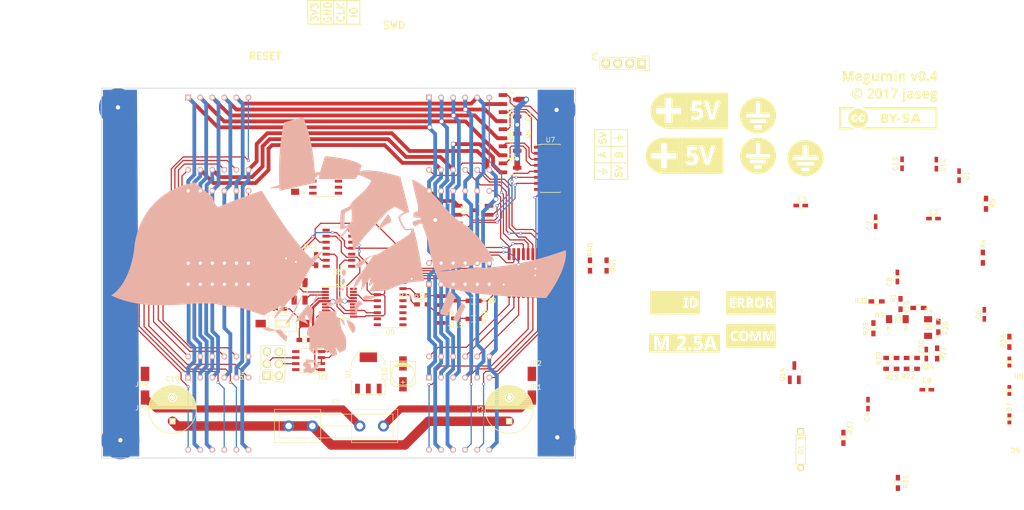
<source format=kicad_pcb>
(kicad_pcb (version 4) (host pcbnew 4.0.6)
  (layers (0 F.Cu signal) (31 B.Cu signal) (34 B.Paste user hide) (35 F.Paste user hide) (36 B.SilkS user hide) (37 F.SilkS user) (38 B.Mask user hide) (39 F.Mask user) (44 Edge.Cuts user))
  (net 0 "")
  (net 1 GND)
  (net 2 +3V3)
  (net 3 /RST)
  (net 4 /XT1)
  (net 5 /XT2)
  (net 6 /~WD_RST)
  (net 7 /LED_ID)
  (net 8 /LED_ERROR)
  (net 9 /LED_COMM)
  (net 10 "Net-(D10-Pad6)")
  (net 11 "Net-(D10-Pad9)")
  (net 12 "Net-(D10-Pad8)")
  (net 13 "Net-(D10-Pad12)")
  (net 14 "Net-(D11-Pad6)")
  (net 15 "Net-(D11-Pad9)")
  (net 16 "Net-(D11-Pad8)")
  (net 17 "Net-(D11-Pad12)")
  (net 18 "Net-(D12-Pad6)")
  (net 19 "Net-(D12-Pad9)")
  (net 20 "Net-(D12-Pad8)")
  (net 21 "Net-(D12-Pad12)")
  (net 22 "Net-(D13-Pad6)")
  (net 23 "Net-(D13-Pad9)")
  (net 24 "Net-(D13-Pad8)")
  (net 25 "Net-(D13-Pad12)")
  (net 26 /SEG_E_COM)
  (net 27 /SEG_D_COM)
  (net 28 /SEG_DP_COM)
  (net 29 /SEG_C_COM)
  (net 30 /SEG_G_COM)
  (net 31 "Net-(D14-Pad6)")
  (net 32 "Net-(D14-Pad9)")
  (net 33 "Net-(D14-Pad8)")
  (net 34 "Net-(D14-Pad12)")
  (net 35 /SEG_A_COM)
  (net 36 /SEG_B_COM)
  (net 37 /SEG_F_COM)
  (net 38 "Net-(D15-Pad6)")
  (net 39 "Net-(D15-Pad9)")
  (net 40 "Net-(D15-Pad8)")
  (net 41 "Net-(D15-Pad12)")
  (net 42 "Net-(D16-Pad6)")
  (net 43 "Net-(D16-Pad9)")
  (net 44 "Net-(D16-Pad8)")
  (net 45 "Net-(D16-Pad12)")
  (net 46 "Net-(D17-Pad6)")
  (net 47 "Net-(D17-Pad9)")
  (net 48 "Net-(D17-Pad8)")
  (net 49 "Net-(D17-Pad12)")
  (net 50 /RS485_A)
  (net 51 /RS485_B)
  (net 52 /SWDIO)
  (net 53 /SWCLK)
  (net 54 /SEG_A_CTRL)
  (net 55 /SEG_E_CTRL)
  (net 56 /~OE)
  (net 57 /RS485_DE)
  (net 58 /R_SET_CTRL0)
  (net 59 /R_SET_CTRL1)
  (net 60 "Net-(R38-Pad2)")
  (net 61 /mux_mod_left/R_SET_0)
  (net 62 "Net-(R40-Pad2)")
  (net 63 /mux_mod_left/R_SET_1)
  (net 64 /RS485_RX)
  (net 65 /RS485_TX)
  (net 66 /SCK)
  (net 67 /MOSI_C0)
  (net 68 /STROBE)
  (net 69 /AUX_STROBE)
  (net 70 "Net-(U5-Pad4)")
  (net 71 /~WD_RST1)
  (net 72 /~WD_RST2)
  (net 73 /WD_REF2)
  (net 74 /WD_REF1)
  (net 75 "Net-(D7-Pad2)")
  (net 76 "Net-(D8-Pad2)")
  (net 77 "Net-(D9-Pad2)")
  (net 78 "Net-(U5-Pad5)")
  (net 79 "Net-(U5-Pad15)")
  (net 80 /WD_COMP1)
  (net 81 "Net-(Q14-Pad1)")
  (net 82 "Net-(Q15-Pad1)")
  (net 83 "Net-(Q16-Pad1)")
  (net 84 /~OE_HV)
  (net 85 /MOSI_C1_HV)
  (net 86 /STROBE_HV)
  (net 87 /mux_mod_right/SDO)
  (net 88 /MOSI_C0_HV)
  (net 89 "Net-(R1-Pad2)")
  (net 90 "Net-(U3-Pad10)")
  (net 91 "Net-(U3-Pad14)")
  (net 92 "Net-(U3-Pad6)")
  (net 93 /SCK_HV)
  (net 94 /~OE_HV_CB)
  (net 95 /SEG_C_CTRL)
  (net 96 /SEG_G_CTLR)
  (net 97 /SEG_B_CTRL)
  (net 98 /SEG_DP_CTRL)
  (net 99 /SEG_F_CTRL)
  (net 100 /SEG_D_CTRL)
  (net 101 +5V)
  (net 102 /MOSI_C2)
  (net 103 "Net-(U7-Pad9)")
  (net 104 "Net-(F1-Pad2)")
  (net 105 "Net-(R35-Pad2)")
  (net 106 "Net-(R36-Pad2)")
  (net 107 "Net-(R37-Pad2)")
  (net 108 /in_left)
  (net 109 /in_right)
  (module footprints:m3_pillar (layer F.Cu) (at 145.161 47.8)
    (fp_text reference P1 hide)
    (fp_text value SUP)
    (pad 1 thru_hole circle (at -0.161 0.525) (size 8 8) (drill 0.9) (layers *.Cu *.Mask) (net 108 /in_left))
  )
  (module footprints:megumin (layer B.Cu) (at 98.044 78.486)
    (fp_text reference svg2mod hide)
    (fp_text value G*** hide)
  )
  (module footprints:7seg_4digit_cc_modified (layer B.Cu) (at 118.11 65.405)
    (fp_text reference D12 hide)
    (fp_text value 7seg_4digit_cc)
    (pad 1 thru_hole rect (at 0 0) (size 1.2 1.2) (drill 0.7) (layers *.Cu *.Mask B.SilkS) (net 26 /SEG_E_COM))
    (pad 2 thru_hole circle (at 2.54 0) (size 1.2 1.2) (drill 0.7) (layers *.Cu *.Mask B.SilkS) (net 27 /SEG_D_COM))
    (pad 3 thru_hole circle (at 5.08 0) (size 1.2 1.2) (drill 0.7) (layers *.Cu *.Mask B.SilkS) (net 28 /SEG_DP_COM))
    (pad 4 thru_hole circle (at 7.62 0) (size 1.2 1.2) (drill 0.7) (layers *.Cu *.Mask B.SilkS) (net 29 /SEG_C_COM))
    (pad 5 thru_hole circle (at 10.16 0) (size 1.2 1.2) (drill 0.7) (layers *.Cu *.Mask B.SilkS) (net 30 /SEG_G_COM))
    (pad 6 thru_hole circle (at 12.7 0) (size 1.2 1.2) (drill 0.7) (layers *.Cu *.Mask B.SilkS) (net 18 "Net-(D12-Pad6)"))
    (pad 9 thru_hole circle (at 7.62 15.24) (size 1.2 1.2) (drill 0.7) (layers *.Cu *.Mask B.SilkS) (net 19 "Net-(D12-Pad9)"))
    (pad 8 thru_hole circle (at 10.16 15.24) (size 1.2 1.2) (drill 0.7) (layers *.Cu *.Mask B.SilkS) (net 20 "Net-(D12-Pad8)"))
    (pad 12 thru_hole circle (at 0 15.24) (size 1.2 1.2) (drill 0.7) (layers *.Cu *.Mask B.SilkS) (net 21 "Net-(D12-Pad12)"))
    (pad 11 thru_hole circle (at 2.54 15.24) (size 1.2 1.2) (drill 0.7) (layers *.Cu *.Mask B.SilkS) (net 35 /SEG_A_COM))
    (pad 7 thru_hole circle (at 12.7 15.24) (size 1.2 1.2) (drill 0.7) (layers *.Cu *.Mask B.SilkS) (net 36 /SEG_B_COM))
    (pad 10 thru_hole circle (at 5.08 15.24) (size 1.2 1.2) (drill 0.7) (layers *.Cu *.Mask B.SilkS) (net 37 /SEG_F_COM))
  )
  (module footprints:label_fuse_04 (layer F.Cu) (at 172 97.5)
    (fp_text reference svg2mod hide)
    (fp_text value G*** hide)
  )
  (module footprints:m3_pillar (layer F.Cu) (at 52.5 117.4)
    (fp_text reference P3 hide)
    (fp_text value SUP)
    (pad 1 thru_hole circle (at 0.5 0.6) (size 8 8) (drill 0.9) (layers *.Cu *.Mask) (net 109 /in_right))
  )
  (module Resistors_SMD:R_0603_HandSoldering (layer F.Cu) (at 127.5 88.6)
    (fp_text reference R39 (at 3.3 0) (layer F.SilkS))
    (fp_text value R)
    (pad 1 smd rect (at -1.1 0) (size 1.2 0.9) (layers F.Cu F.Paste F.Mask) (net 63 /mux_mod_left/R_SET_1))
    (pad 2 smd rect (at 1.1 0) (size 1.2 0.9) (layers F.Cu F.Paste F.Mask) (net 60 "Net-(R38-Pad2)"))
  )
  (module TO_SOT_Packages_SMD:SOT-223 (layer F.Cu) (at 105.3 103.8)
    (fp_text reference U1 (at -4.3 0.15 90) (layer F.SilkS))
    (fp_text value LD1117S33CTR)
    (pad 4 smd rect (at 0 -3.302) (size 3.6576 2.032) (layers F.Cu F.Paste F.Mask))
    (pad 2 smd rect (at 0 3.302) (size 1.016 2.032) (layers F.Cu F.Paste F.Mask) (net 2 +3V3))
    (pad 3 smd rect (at 2.286 3.302) (size 1.016 2.032) (layers F.Cu F.Paste F.Mask) (net 101 +5V))
    (pad 1 smd rect (at -2.286 3.302) (size 1.016 2.032) (layers F.Cu F.Paste F.Mask) (net 1 GND))
  )
  (module Housings_SSOP:TSSOP-20_4.4x6.5mm_Pitch0.65mm (layer F.Cu) (at 99.2 89)
    (fp_text reference U3 (at 0 -4.3) (layer F.SilkS))
    (fp_text value STM32F030F4Px)
    (pad 1 smd rect (at -2.95 -2.925) (size 1.45 0.45) (layers F.Cu F.Paste F.Mask) (net 1 GND))
    (pad 2 smd rect (at -2.95 -2.275) (size 1.45 0.45) (layers F.Cu F.Paste F.Mask) (net 4 /XT1))
    (pad 3 smd rect (at -2.95 -1.625) (size 1.45 0.45) (layers F.Cu F.Paste F.Mask) (net 5 /XT2))
    (pad 4 smd rect (at -2.95 -0.975) (size 1.45 0.45) (layers F.Cu F.Paste F.Mask) (net 3 /RST))
    (pad 5 smd rect (at -2.95 -0.325) (size 1.45 0.45) (layers F.Cu F.Paste F.Mask) (net 2 +3V3))
    (pad 6 smd rect (at -2.95 0.325) (size 1.45 0.45) (layers F.Cu F.Paste F.Mask) (net 92 "Net-(U3-Pad6)"))
    (pad 7 smd rect (at -2.95 0.975) (size 1.45 0.45) (layers F.Cu F.Paste F.Mask) (net 57 /RS485_DE))
    (pad 8 smd rect (at -2.95 1.625) (size 1.45 0.45) (layers F.Cu F.Paste F.Mask) (net 65 /RS485_TX))
    (pad 9 smd rect (at -2.95 2.275) (size 1.45 0.45) (layers F.Cu F.Paste F.Mask) (net 64 /RS485_RX))
    (pad 10 smd rect (at -2.95 2.925) (size 1.45 0.45) (layers F.Cu F.Paste F.Mask) (net 90 "Net-(U3-Pad10)"))
    (pad 11 smd rect (at 2.95 2.925) (size 1.45 0.45) (layers F.Cu F.Paste F.Mask) (net 66 /SCK))
    (pad 12 smd rect (at 2.95 2.275) (size 1.45 0.45) (layers F.Cu F.Paste F.Mask) (net 56 /~OE))
    (pad 13 smd rect (at 2.95 1.625) (size 1.45 0.45) (layers F.Cu F.Paste F.Mask) (net 67 /MOSI_C0))
    (pad 14 smd rect (at 2.95 0.975) (size 1.45 0.45) (layers F.Cu F.Paste F.Mask) (net 91 "Net-(U3-Pad14)"))
    (pad 15 smd rect (at 2.95 0.325) (size 1.45 0.45) (layers F.Cu F.Paste F.Mask) (net 1 GND))
    (pad 16 smd rect (at 2.95 -0.325) (size 1.45 0.45) (layers F.Cu F.Paste F.Mask) (net 2 +3V3))
    (pad 17 smd rect (at 2.95 -0.975) (size 1.45 0.45) (layers F.Cu F.Paste F.Mask) (net 68 /STROBE))
    (pad 18 smd rect (at 2.95 -1.625) (size 1.45 0.45) (layers F.Cu F.Paste F.Mask) (net 69 /AUX_STROBE))
    (pad 19 smd rect (at 2.95 -2.275) (size 1.45 0.45) (layers F.Cu F.Paste F.Mask) (net 52 /SWDIO))
    (pad 20 smd rect (at 2.95 -2.925) (size 1.45 0.45) (layers F.Cu F.Paste F.Mask) (net 53 /SWCLK))
  )
  (module Housings_SOIC:SOIC-8_3.9x4.9mm_Pitch1.27mm (layer F.Cu) (at 92.7 101.2 180)
    (fp_text reference U2 (at -3.05 -3.5 180) (layer F.SilkS))
    (fp_text value SP3485CN)
    (pad 1 smd rect (at -2.7 -1.905 180) (size 1.55 0.6) (layers F.Cu F.Paste F.Mask) (net 64 /RS485_RX))
    (pad 2 smd rect (at -2.7 -0.635 180) (size 1.55 0.6) (layers F.Cu F.Paste F.Mask) (net 57 /RS485_DE))
    (pad 3 smd rect (at -2.7 0.635 180) (size 1.55 0.6) (layers F.Cu F.Paste F.Mask) (net 57 /RS485_DE))
    (pad 4 smd rect (at -2.7 1.905 180) (size 1.55 0.6) (layers F.Cu F.Paste F.Mask) (net 65 /RS485_TX))
    (pad 5 smd rect (at 2.7 1.905 180) (size 1.55 0.6) (layers F.Cu F.Paste F.Mask) (net 1 GND))
    (pad 6 smd rect (at 2.7 0.635 180) (size 1.55 0.6) (layers F.Cu F.Paste F.Mask) (net 50 /RS485_A))
    (pad 7 smd rect (at 2.7 -0.635 180) (size 1.55 0.6) (layers F.Cu F.Paste F.Mask) (net 51 /RS485_B))
    (pad 8 smd rect (at 2.7 -1.905 180) (size 1.55 0.6) (layers F.Cu F.Paste F.Mask) (net 2 +3V3))
  )
  (module Capacitors_SMD:C_0603_HandSoldering (layer F.Cu) (at 224.504 71.246)
    (fp_text reference C2 (at 0.1016 -1.3208) (layer F.SilkS))
    (fp_text value 100n)
    (pad 1 smd rect (at -0.95 0) (size 1.2 0.75) (layers F.Cu F.Paste F.Mask) (net 1 GND))
    (pad 2 smd rect (at 0.95 0) (size 1.2 0.75) (layers F.Cu F.Paste F.Mask) (net 101 +5V))
  )
  (module Capacitors_SMD:c_elec_5x5.8 (layer F.Cu) (at 112.6 104 270)
    (fp_text reference C10 (at 0.05 3.85 270) (layer F.SilkS))
    (fp_text value 47u)
    (pad 1 smd rect (at 2.19964 0 270) (size 2.99974 1.6002) (layers F.Cu F.Paste F.Mask) (net 2 +3V3))
    (pad 2 smd rect (at -2.19964 0 270) (size 2.99974 1.6002) (layers F.Cu F.Paste F.Mask) (net 1 GND))
  )
  (module Resistors_SMD:R_0603_HandSoldering (layer F.Cu) (at 217 127 270)
    (fp_text reference R35 (at -0.25 -1.7 450) (layer F.SilkS))
    (fp_text value 100)
    (pad 1 smd rect (at -1.1 0 270) (size 1.2 0.9) (layers F.Cu F.Paste F.Mask) (net 7 /LED_ID))
    (pad 2 smd rect (at 1.1 0 270) (size 1.2 0.9) (layers F.Cu F.Paste F.Mask) (net 105 "Net-(R35-Pad2)"))
  )
  (module Diodes_SMD:MiniMELF_Standard (layer F.Cu) (at 89.85 63.85 90)
    (fp_text reference D2 (at 0 -1.95 90) (layer F.SilkS))
    (fp_text value D_Small)
    (fp_text user K (at -1.8 1.95 90) (layer F.SilkS))
    (fp_text user A (at 1.8 1.95 90) (layer F.SilkS))
    (pad 1 smd rect (at -1.75006 0 90) (size 1.30048 1.69926) (layers F.Cu F.Paste F.Mask) (net 6 /~WD_RST))
    (pad 2 smd rect (at 1.75006 0 90) (size 1.30048 1.69926) (layers F.Cu F.Paste F.Mask) (net 3 /RST))
  )
  (module Diodes_SMD:MiniMELF_Standard (layer F.Cu) (at 223.361 94.233 90)
    (fp_text reference D4 (at 3.429 0.127 180) (layer F.SilkS))
    (fp_text value D_Small)
    (fp_text user K (at -1.8 1.95 90) (layer F.SilkS))
    (fp_text user A (at 1.8 1.95 90) (layer F.SilkS))
    (pad 1 smd rect (at -1.75006 0 90) (size 1.30048 1.69926) (layers F.Cu F.Paste F.Mask) (net 72 /~WD_RST2))
    (pad 2 smd rect (at 1.75006 0 90) (size 1.30048 1.69926) (layers F.Cu F.Paste F.Mask) (net 6 /~WD_RST))
  )
  (module Diodes_SMD:MiniMELF_Standard (layer F.Cu) (at 216.884 92.455)
    (fp_text reference D3 (at -3.81 -0.762) (layer F.SilkS))
    (fp_text value D_Small)
    (fp_text user K (at -1.8 1.95) (layer F.SilkS))
    (fp_text user A (at 1.8 1.95) (layer F.SilkS))
    (pad 1 smd rect (at -1.75006 0) (size 1.30048 1.69926) (layers F.Cu F.Paste F.Mask) (net 71 /~WD_RST1))
    (pad 2 smd rect (at 1.75006 0) (size 1.30048 1.69926) (layers F.Cu F.Paste F.Mask) (net 6 /~WD_RST))
  )
  (module Capacitors_SMD:C_0603_HandSoldering (layer F.Cu) (at 210.685 110.386 90)
    (fp_text reference C4 (at -2.75 -0.15 90) (layer F.SilkS))
    (fp_text value 100n)
    (pad 1 smd rect (at -0.95 0 90) (size 1.2 0.75) (layers F.Cu F.Paste F.Mask) (net 1 GND))
    (pad 2 smd rect (at 0.95 0 90) (size 1.2 0.75) (layers F.Cu F.Paste F.Mask) (net 101 +5V))
  )
  (module Capacitors_SMD:C_0603_HandSoldering (layer F.Cu) (at 196.5 68.5)
    (fp_text reference C5 (at 0.35 -1.325) (layer F.SilkS))
    (fp_text value 100n)
    (pad 1 smd rect (at -0.95 0) (size 1.2 0.75) (layers F.Cu F.Paste F.Mask) (net 1 GND))
    (pad 2 smd rect (at 0.95 0) (size 1.2 0.75) (layers F.Cu F.Paste F.Mask) (net 2 +3V3))
  )
  (module Capacitors_SMD:C_0603_HandSoldering (layer F.Cu) (at 235.225 91.45 90)
    (fp_text reference C6 (at -0.05 -1.225 90) (layer F.SilkS))
    (fp_text value 100n)
    (pad 1 smd rect (at -0.95 0 90) (size 1.2 0.75) (layers F.Cu F.Paste F.Mask) (net 1 GND))
    (pad 2 smd rect (at 0.95 0 90) (size 1.2 0.75) (layers F.Cu F.Paste F.Mask) (net 2 +3V3))
  )
  (module Capacitors_SMD:C_0603_HandSoldering (layer F.Cu) (at 212.3 71.9 270)
    (fp_text reference C7 (at 0.8382 1.2446 270) (layer F.SilkS))
    (fp_text value 100n)
    (pad 1 smd rect (at -0.95 0 270) (size 1.2 0.75) (layers F.Cu F.Paste F.Mask) (net 1 GND))
    (pad 2 smd rect (at 0.95 0 270) (size 1.2 0.75) (layers F.Cu F.Paste F.Mask) (net 101 +5V))
  )
  (module Capacitors_SMD:C_0603_HandSoldering (layer F.Cu) (at 216.884 83.565 270)
    (fp_text reference C8 (at 1.05 1.7 270) (layer F.SilkS))
    (fp_text value 100n)
    (pad 1 smd rect (at -0.95 0 270) (size 1.2 0.75) (layers F.Cu F.Paste F.Mask) (net 1 GND))
    (pad 2 smd rect (at 0.95 0 270) (size 1.2 0.75) (layers F.Cu F.Paste F.Mask) (net 101 +5V))
  )
  (module Capacitors_SMD:C_0603_HandSoldering (layer F.Cu) (at 223.1 107.35)
    (fp_text reference C9 (at 0 -1.9) (layer F.SilkS))
    (fp_text value 100n)
    (pad 1 smd rect (at -0.95 0) (size 1.2 0.75) (layers F.Cu F.Paste F.Mask) (net 1 GND))
    (pad 2 smd rect (at 0.95 0) (size 1.2 0.75) (layers F.Cu F.Paste F.Mask) (net 2 +3V3))
  )
  (module Capacitors_SMD:C_0603_HandSoldering (layer F.Cu) (at 86.6 90.3 180)
    (fp_text reference C11 (at 3.3782 -0.127 180) (layer F.SilkS))
    (fp_text value 10n)
    (pad 1 smd rect (at -0.95 0 180) (size 1.2 0.75) (layers F.Cu F.Paste F.Mask) (net 3 /RST))
    (pad 2 smd rect (at 0.95 0 180) (size 1.2 0.75) (layers F.Cu F.Paste F.Mask) (net 1 GND))
  )
  (module Capacitors_SMD:C_0603_HandSoldering (layer F.Cu) (at 225.1 59.775 270)
    (fp_text reference C12 (at 0.225 -1.4 270) (layer F.SilkS))
    (fp_text value 22p)
    (pad 1 smd rect (at -0.95 0 270) (size 1.2 0.75) (layers F.Cu F.Paste F.Mask) (net 1 GND))
    (pad 2 smd rect (at 0.95 0 270) (size 1.2 0.75) (layers F.Cu F.Paste F.Mask) (net 4 /XT1))
  )
  (module Capacitors_SMD:C_0603_HandSoldering (layer F.Cu) (at 217.875 59.7 90)
    (fp_text reference C13 (at -0.05 -1.375 90) (layer F.SilkS))
    (fp_text value 22p)
    (pad 1 smd rect (at -0.95 0 90) (size 1.2 0.75) (layers F.Cu F.Paste F.Mask) (net 1 GND))
    (pad 2 smd rect (at 0.95 0 90) (size 1.2 0.75) (layers F.Cu F.Paste F.Mask) (net 5 /XT2))
  )
  (module Capacitors_SMD:C_0603_HandSoldering (layer F.Cu) (at 222.98 99.821 270)
    (fp_text reference C20 (at -1.524 1.016 270) (layer F.SilkS))
    (fp_text value 100n)
    (pad 1 smd rect (at -0.95 0 270) (size 1.2 0.75) (layers F.Cu F.Paste F.Mask) (net 80 /WD_COMP1))
    (pad 2 smd rect (at 0.95 0 270) (size 1.2 0.75) (layers F.Cu F.Paste F.Mask) (net 1 GND))
  )
  (module LEDs:LED_0603 (layer F.Cu) (at 240.5 113.5 270)
    (fp_text reference D7 (at -2.5 0 450) (layer F.SilkS))
    (fp_text value ID)
    (pad 2 smd rect (at 0.7493 0 90) (size 0.79756 0.79756) (layers F.Cu F.Paste F.Mask) (net 75 "Net-(D7-Pad2)"))
    (pad 1 smd rect (at -0.7493 0 90) (size 0.79756 0.79756) (layers F.Cu F.Paste F.Mask) (net 1 GND))
  )
  (module LEDs:LED_0603 (layer F.Cu) (at 240.5 101.5 90)
    (fp_text reference D8 (at -3 2 360) (layer F.SilkS))
    (fp_text value ERROR)
    (pad 2 smd rect (at 0.7493 0 270) (size 0.79756 0.79756) (layers F.Cu F.Paste F.Mask) (net 76 "Net-(D8-Pad2)"))
    (pad 1 smd rect (at -0.7493 0 270) (size 0.79756 0.79756) (layers F.Cu F.Paste F.Mask) (net 1 GND))
  )
  (module LEDs:LED_0603 (layer F.Cu) (at 240.5 107.5 90)
    (fp_text reference D9 (at -12.7 1.27 180) (layer F.SilkS))
    (fp_text value COMM)
    (pad 2 smd rect (at 0.7493 0 270) (size 0.79756 0.79756) (layers F.Cu F.Paste F.Mask) (net 77 "Net-(D9-Pad2)"))
    (pad 1 smd rect (at -0.7493 0 270) (size 0.79756 0.79756) (layers F.Cu F.Paste F.Mask) (net 1 GND))
  )
  (module Socket_Strips:Socket_Strip_Straight_1x04 (layer F.Cu) (at 163 38.5 180)
    (fp_text reference P5 (at 9.925 1.45 270) (layer F.SilkS))
    (fp_text value SWD)
    (pad 1 thru_hole rect (at 0 0 180) (size 1.7272 2.032) (drill 1.016) (layers *.Cu *.Mask F.SilkS) (net 52 /SWDIO))
    (pad 2 thru_hole oval (at 2.54 0 180) (size 1.7272 2.032) (drill 1.016) (layers *.Cu *.Mask F.SilkS) (net 53 /SWCLK))
    (pad 3 thru_hole oval (at 5.08 0 180) (size 1.7272 2.032) (drill 1.016) (layers *.Cu *.Mask F.SilkS) (net 1 GND))
    (pad 4 thru_hole oval (at 7.62 0 180) (size 1.7272 2.032) (drill 1.016) (layers *.Cu *.Mask F.SilkS) (net 2 +3V3))
  )
  (module TO_SOT_Packages_SMD:SOT-23_Handsoldering (layer F.Cu) (at 135.2 49.75 270)
    (fp_text reference Q1 (at 0 -3.81 270) (layer F.SilkS))
    (fp_text value AO3415A)
    (pad 1 smd rect (at -0.95 1.50114 270) (size 0.8001 1.80086) (layers F.Cu F.Paste F.Mask) (net 95 /SEG_C_CTRL))
    (pad 2 smd rect (at 0.95 1.50114 270) (size 0.8001 1.80086) (layers F.Cu F.Paste F.Mask) (net 29 /SEG_C_COM))
    (pad 3 smd rect (at 0 -1.50114 270) (size 0.8001 1.80086) (layers F.Cu F.Paste F.Mask) (net 101 +5V))
  )
  (module TO_SOT_Packages_SMD:SOT-23_Handsoldering (layer F.Cu) (at 135.2 46.15 270)
    (fp_text reference Q2 (at 2.84 -0.191 270) (layer F.SilkS))
    (fp_text value AO3415A)
    (pad 1 smd rect (at -0.95 1.50114 270) (size 0.8001 1.80086) (layers F.Cu F.Paste F.Mask) (net 96 /SEG_G_CTLR))
    (pad 2 smd rect (at 0.95 1.50114 270) (size 0.8001 1.80086) (layers F.Cu F.Paste F.Mask) (net 30 /SEG_G_COM))
    (pad 3 smd rect (at 0 -1.50114 270) (size 0.8001 1.80086) (layers F.Cu F.Paste F.Mask) (net 101 +5V))
  )
  (module TO_SOT_Packages_SMD:SOT-23_Handsoldering (layer F.Cu) (at 129.25 69.5 90)
    (fp_text reference Q3 (at 0 -3.81 90) (layer F.SilkS))
    (fp_text value AO3415A)
    (pad 1 smd rect (at -0.95 1.50114 90) (size 0.8001 1.80086) (layers F.Cu F.Paste F.Mask) (net 97 /SEG_B_CTRL))
    (pad 2 smd rect (at 0.95 1.50114 90) (size 0.8001 1.80086) (layers F.Cu F.Paste F.Mask) (net 36 /SEG_B_COM))
    (pad 3 smd rect (at 0 -1.50114 90) (size 0.8001 1.80086) (layers F.Cu F.Paste F.Mask) (net 101 +5V))
  )
  (module TO_SOT_Packages_SMD:SOT-23_Handsoldering (layer F.Cu) (at 135.2 53.35 270)
    (fp_text reference Q4 (at 0 -3.81 270) (layer F.SilkS))
    (fp_text value AO3415A)
    (pad 1 smd rect (at -0.95 1.50114 270) (size 0.8001 1.80086) (layers F.Cu F.Paste F.Mask) (net 98 /SEG_DP_CTRL))
    (pad 2 smd rect (at 0.95 1.50114 270) (size 0.8001 1.80086) (layers F.Cu F.Paste F.Mask) (net 28 /SEG_DP_COM))
    (pad 3 smd rect (at 0 -1.50114 270) (size 0.8001 1.80086) (layers F.Cu F.Paste F.Mask) (net 101 +5V))
  )
  (module TO_SOT_Packages_SMD:SOT-23_Handsoldering (layer F.Cu) (at 135.2 60.55 270)
    (fp_text reference Q5 (at -2.3 -0.372 360) (layer F.SilkS))
    (fp_text value AO3415A)
    (pad 1 smd rect (at -0.95 1.50114 270) (size 0.8001 1.80086) (layers F.Cu F.Paste F.Mask) (net 99 /SEG_F_CTRL))
    (pad 2 smd rect (at 0.95 1.50114 270) (size 0.8001 1.80086) (layers F.Cu F.Paste F.Mask) (net 37 /SEG_F_COM))
    (pad 3 smd rect (at 0 -1.50114 270) (size 0.8001 1.80086) (layers F.Cu F.Paste F.Mask) (net 101 +5V))
  )
  (module TO_SOT_Packages_SMD:SOT-23_Handsoldering (layer F.Cu) (at 135.2 56.95 270)
    (fp_text reference Q6 (at -3.111 -0.208 270) (layer F.SilkS))
    (fp_text value AO3415A)
    (pad 1 smd rect (at -0.95 1.50114 270) (size 0.8001 1.80086) (layers F.Cu F.Paste F.Mask) (net 100 /SEG_D_CTRL))
    (pad 2 smd rect (at 0.95 1.50114 270) (size 0.8001 1.80086) (layers F.Cu F.Paste F.Mask) (net 27 /SEG_D_COM))
    (pad 3 smd rect (at 0 -1.50114 270) (size 0.8001 1.80086) (layers F.Cu F.Paste F.Mask) (net 101 +5V))
  )
  (module TO_SOT_Packages_SMD:SOT-23_Handsoldering (layer F.Cu) (at 122.75 73.25 90)
    (fp_text reference Q7 (at -2.875 -0.064 90) (layer F.SilkS))
    (fp_text value AO3415A)
    (pad 1 smd rect (at -0.95 1.50114 90) (size 0.8001 1.80086) (layers F.Cu F.Paste F.Mask) (net 54 /SEG_A_CTRL))
    (pad 2 smd rect (at 0.95 1.50114 90) (size 0.8001 1.80086) (layers F.Cu F.Paste F.Mask) (net 35 /SEG_A_COM))
    (pad 3 smd rect (at 0 -1.50114 90) (size 0.8001 1.80086) (layers F.Cu F.Paste F.Mask) (net 101 +5V))
  )
  (module TO_SOT_Packages_SMD:SOT-23_Handsoldering (layer F.Cu) (at 122.75 69.5 90)
    (fp_text reference Q8 (at -3.129 -0.064 90) (layer F.SilkS))
    (fp_text value AO3415A)
    (pad 1 smd rect (at -0.95 1.50114 90) (size 0.8001 1.80086) (layers F.Cu F.Paste F.Mask) (net 55 /SEG_E_CTRL))
    (pad 2 smd rect (at 0.95 1.50114 90) (size 0.8001 1.80086) (layers F.Cu F.Paste F.Mask) (net 26 /SEG_E_COM))
    (pad 3 smd rect (at 0 -1.50114 90) (size 0.8001 1.80086) (layers F.Cu F.Paste F.Mask) (net 101 +5V))
  )
  (module Resistors_SMD:R_0603_HandSoldering (layer F.Cu) (at 217.55 89.275 270)
    (fp_text reference R1 (at -1.275 1.55 270) (layer F.SilkS))
    (fp_text value 47k)
    (pad 1 smd rect (at -1.1 0 270) (size 1.2 0.9) (layers F.Cu F.Paste F.Mask) (net 1 GND))
    (pad 2 smd rect (at 1.1 0 270) (size 1.2 0.9) (layers F.Cu F.Paste F.Mask) (net 89 "Net-(R1-Pad2)"))
  )
  (module Resistors_SMD:R_0603_HandSoldering (layer F.Cu) (at 91.85 96.85 180)
    (fp_text reference R3 (at -3.1242 0.0508 180) (layer F.SilkS))
    (fp_text value 47k)
    (pad 1 smd rect (at -1.1 0 180) (size 1.2 0.9) (layers F.Cu F.Paste F.Mask) (net 2 +3V3))
    (pad 2 smd rect (at 1.1 0 180) (size 1.2 0.9) (layers F.Cu F.Paste F.Mask) (net 3 /RST))
  )
  (module Resistors_SMD:R_0603_HandSoldering (layer F.Cu) (at 234.918 79.501 270)
    (fp_text reference R4 (at -2.95 -0.125 270) (layer F.SilkS))
    (fp_text value 100k)
    (pad 1 smd rect (at -1.1 0 270) (size 1.2 0.9) (layers F.Cu F.Paste F.Mask) (net 57 /RS485_DE))
    (pad 2 smd rect (at 1.1 0 270) (size 1.2 0.9) (layers F.Cu F.Paste F.Mask) (net 1 GND))
  )
  (module Resistors_SMD:R_0603_HandSoldering (layer F.Cu) (at 235.575 68.125 90)
    (fp_text reference R5 (at 0.125 1.425 90) (layer F.SilkS))
    (fp_text value 10k)
    (pad 1 smd rect (at -1.1 0 90) (size 1.2 0.9) (layers F.Cu F.Paste F.Mask) (net 56 /~OE))
    (pad 2 smd rect (at 1.1 0 90) (size 1.2 0.9) (layers F.Cu F.Paste F.Mask) (net 2 +3V3))
  )
  (module Resistors_SMD:R_0603_HandSoldering (layer F.Cu) (at 221.325 90.1)
    (fp_text reference R19 (at -2.325 -0.1 90) (layer F.SilkS))
    (fp_text value 10k)
    (pad 1 smd rect (at -1.1 0) (size 1.2 0.9) (layers F.Cu F.Paste F.Mask) (net 81 "Net-(Q14-Pad1)"))
    (pad 2 smd rect (at 1.1 0) (size 1.2 0.9) (layers F.Cu F.Paste F.Mask) (net 6 /~WD_RST))
  )
  (module Resistors_SMD:R_0603_HandSoldering (layer F.Cu) (at 225.52 94.106 90)
    (fp_text reference R20 (at -0.254 1.524 90) (layer F.SilkS))
    (fp_text value 47k)
    (pad 1 smd rect (at -1.1 0 90) (size 1.2 0.9) (layers F.Cu F.Paste F.Mask) (net 101 +5V))
    (pad 2 smd rect (at 1.1 0 90) (size 1.2 0.9) (layers F.Cu F.Paste F.Mask) (net 6 /~WD_RST))
  )
  (module Resistors_SMD:R_0603_HandSoldering (layer F.Cu) (at 211.828 94.384 90)
    (fp_text reference R23 (at -0.116 -1.578 90) (layer F.SilkS))
    (fp_text value 470k)
    (pad 1 smd rect (at -1.1 0 90) (size 1.2 0.9) (layers F.Cu F.Paste F.Mask) (net 74 /WD_REF1))
    (pad 2 smd rect (at 1.1 0 90) (size 1.2 0.9) (layers F.Cu F.Paste F.Mask) (net 71 /~WD_RST1))
  )
  (module Resistors_SMD:R_0603_HandSoldering (layer F.Cu) (at 240.5 97.25 270)
    (fp_text reference R36 (at -0.25 1.25 450) (layer F.SilkS))
    (fp_text value 140)
    (pad 1 smd rect (at -1.1 0 270) (size 1.2 0.9) (layers F.Cu F.Paste F.Mask) (net 8 /LED_ERROR))
    (pad 2 smd rect (at 1.1 0 270) (size 1.2 0.9) (layers F.Cu F.Paste F.Mask) (net 106 "Net-(R36-Pad2)"))
  )
  (module Resistors_SMD:R_0603_HandSoldering (layer F.Cu) (at 205.5 117.5 270)
    (fp_text reference R37 (at -2.175 -1.45 270) (layer F.SilkS))
    (fp_text value 100)
    (pad 1 smd rect (at -1.1 0 270) (size 1.2 0.9) (layers F.Cu F.Paste F.Mask) (net 9 /LED_COMM))
    (pad 2 smd rect (at 1.1 0 270) (size 1.2 0.9) (layers F.Cu F.Paste F.Mask) (net 107 "Net-(R37-Pad2)"))
  )
  (module Resistors_SMD:R_0603_HandSoldering (layer F.Cu) (at 127.5 92.4)
    (fp_text reference R38 (at 2.5 -0.5 90) (layer F.SilkS))
    (fp_text value R)
    (pad 1 smd rect (at -1.1 0) (size 1.2 0.9) (layers F.Cu F.Paste F.Mask) (net 61 /mux_mod_left/R_SET_0))
    (pad 2 smd rect (at 1.1 0) (size 1.2 0.9) (layers F.Cu F.Paste F.Mask) (net 60 "Net-(R38-Pad2)"))
  )
  (module Resistors_SMD:R_0603_HandSoldering (layer F.Cu) (at 152.05 81.15 90)
    (fp_text reference R40 (at 3.3 0 90) (layer F.SilkS))
    (fp_text value R)
    (pad 1 smd rect (at -1.1 0 90) (size 1.2 0.9) (layers F.Cu F.Paste F.Mask) (net 61 /mux_mod_left/R_SET_0))
    (pad 2 smd rect (at 1.1 0 90) (size 1.2 0.9) (layers F.Cu F.Paste F.Mask) (net 62 "Net-(R40-Pad2)"))
  )
  (module Resistors_SMD:R_0603_HandSoldering (layer F.Cu) (at 155.55 81.15 90)
    (fp_text reference R41 (at 0.127 1.397 90) (layer F.SilkS))
    (fp_text value R)
    (pad 1 smd rect (at -1.1 0 90) (size 1.2 0.9) (layers F.Cu F.Paste F.Mask) (net 63 /mux_mod_left/R_SET_1))
    (pad 2 smd rect (at 1.1 0 90) (size 1.2 0.9) (layers F.Cu F.Paste F.Mask) (net 62 "Net-(R40-Pad2)"))
  )
  (module Housings_SOIC:SOIC-16_3.9x9.9mm_Pitch1.27mm (layer F.Cu) (at 109.9 89.2 180)
    (fp_text reference U5 (at 0 -6 180) (layer F.SilkS))
    (fp_text value 74HC595_mine)
    (pad 1 smd rect (at -2.7 -4.445 180) (size 1.5 0.6) (layers F.Cu F.Paste F.Mask) (net 8 /LED_ERROR))
    (pad 2 smd rect (at -2.7 -3.175 180) (size 1.5 0.6) (layers F.Cu F.Paste F.Mask) (net 9 /LED_COMM))
    (pad 3 smd rect (at -2.7 -1.905 180) (size 1.5 0.6) (layers F.Cu F.Paste F.Mask) (net 7 /LED_ID))
    (pad 4 smd rect (at -2.7 -0.635 180) (size 1.5 0.6) (layers F.Cu F.Paste F.Mask) (net 70 "Net-(U5-Pad4)"))
    (pad 5 smd rect (at -2.7 0.635 180) (size 1.5 0.6) (layers F.Cu F.Paste F.Mask) (net 78 "Net-(U5-Pad5)"))
    (pad 6 smd rect (at -2.7 1.905 180) (size 1.5 0.6) (layers F.Cu F.Paste F.Mask) (net 58 /R_SET_CTRL0))
    (pad 7 smd rect (at -2.7 3.175 180) (size 1.5 0.6) (layers F.Cu F.Paste F.Mask) (net 59 /R_SET_CTRL1))
    (pad 8 smd rect (at -2.7 4.445 180) (size 1.5 0.6) (layers F.Cu F.Paste F.Mask) (net 1 GND))
    (pad 9 smd rect (at 2.7 4.445 180) (size 1.5 0.6) (layers F.Cu F.Paste F.Mask) (net 102 /MOSI_C2))
    (pad 10 smd rect (at 2.7 3.175 180) (size 1.5 0.6) (layers F.Cu F.Paste F.Mask) (net 2 +3V3))
    (pad 11 smd rect (at 2.7 1.905 180) (size 1.5 0.6) (layers F.Cu F.Paste F.Mask) (net 66 /SCK))
    (pad 12 smd rect (at 2.7 0.635 180) (size 1.5 0.6) (layers F.Cu F.Paste F.Mask) (net 69 /AUX_STROBE))
    (pad 13 smd rect (at 2.7 -0.635 180) (size 1.5 0.6) (layers F.Cu F.Paste F.Mask) (net 1 GND))
    (pad 14 smd rect (at 2.7 -1.905 180) (size 1.5 0.6) (layers F.Cu F.Paste F.Mask) (net 67 /MOSI_C0))
    (pad 15 smd rect (at 2.7 -3.175 180) (size 1.5 0.6) (layers F.Cu F.Paste F.Mask) (net 79 "Net-(U5-Pad15)"))
    (pad 16 smd rect (at 2.7 -4.445 180) (size 1.5 0.6) (layers F.Cu F.Paste F.Mask) (net 2 +3V3))
  )
  (module Housings_SOIC:SOIC-8_3.9x4.9mm_Pitch1.27mm (layer F.Cu) (at 96.3 64)
    (fp_text reference U6 (at -4.572 -3.556) (layer F.SilkS))
    (fp_text value LM393)
    (pad 1 smd rect (at -2.7 -1.905) (size 1.55 0.6) (layers F.Cu F.Paste F.Mask) (net 71 /~WD_RST1))
    (pad 2 smd rect (at -2.7 -0.635) (size 1.55 0.6) (layers F.Cu F.Paste F.Mask) (net 89 "Net-(R1-Pad2)"))
    (pad 3 smd rect (at -2.7 0.635) (size 1.55 0.6) (layers F.Cu F.Paste F.Mask) (net 74 /WD_REF1))
    (pad 4 smd rect (at -2.7 1.905) (size 1.55 0.6) (layers F.Cu F.Paste F.Mask) (net 1 GND))
    (pad 5 smd rect (at 2.7 1.905) (size 1.55 0.6) (layers F.Cu F.Paste F.Mask) (net 73 /WD_REF2))
    (pad 6 smd rect (at 2.7 0.635) (size 1.55 0.6) (layers F.Cu F.Paste F.Mask) (net 80 /WD_COMP1))
    (pad 7 smd rect (at 2.7 -0.635) (size 1.55 0.6) (layers F.Cu F.Paste F.Mask) (net 72 /~WD_RST2))
    (pad 8 smd rect (at 2.7 -1.905) (size 1.55 0.6) (layers F.Cu F.Paste F.Mask) (net 101 +5V))
  )
  (module Housings_SOIC:SOIC-16_3.9x9.9mm_Pitch1.27mm (layer F.Cu) (at 143.7 60.65)
    (fp_text reference U7 (at 0 -6) (layer F.SilkS))
    (fp_text value 74HC595_mine)
    (pad 1 smd rect (at -2.7 -4.445) (size 1.5 0.6) (layers F.Cu F.Paste F.Mask) (net 95 /SEG_C_CTRL))
    (pad 2 smd rect (at -2.7 -3.175) (size 1.5 0.6) (layers F.Cu F.Paste F.Mask) (net 98 /SEG_DP_CTRL))
    (pad 3 smd rect (at -2.7 -1.905) (size 1.5 0.6) (layers F.Cu F.Paste F.Mask) (net 100 /SEG_D_CTRL))
    (pad 4 smd rect (at -2.7 -0.635) (size 1.5 0.6) (layers F.Cu F.Paste F.Mask) (net 99 /SEG_F_CTRL))
    (pad 5 smd rect (at -2.7 0.635) (size 1.5 0.6) (layers F.Cu F.Paste F.Mask) (net 55 /SEG_E_CTRL))
    (pad 6 smd rect (at -2.7 1.905) (size 1.5 0.6) (layers F.Cu F.Paste F.Mask) (net 97 /SEG_B_CTRL))
    (pad 7 smd rect (at -2.7 3.175) (size 1.5 0.6) (layers F.Cu F.Paste F.Mask) (net 54 /SEG_A_CTRL))
    (pad 8 smd rect (at -2.7 4.445) (size 1.5 0.6) (layers F.Cu F.Paste F.Mask) (net 1 GND))
    (pad 9 smd rect (at 2.7 4.445) (size 1.5 0.6) (layers F.Cu F.Paste F.Mask) (net 103 "Net-(U7-Pad9)"))
    (pad 10 smd rect (at 2.7 3.175) (size 1.5 0.6) (layers F.Cu F.Paste F.Mask) (net 101 +5V))
    (pad 11 smd rect (at 2.7 1.905) (size 1.5 0.6) (layers F.Cu F.Paste F.Mask) (net 66 /SCK))
    (pad 12 smd rect (at 2.7 0.635) (size 1.5 0.6) (layers F.Cu F.Paste F.Mask) (net 69 /AUX_STROBE))
    (pad 13 smd rect (at 2.7 -0.635) (size 1.5 0.6) (layers F.Cu F.Paste F.Mask) (net 1 GND))
    (pad 14 smd rect (at 2.7 -1.905) (size 1.5 0.6) (layers F.Cu F.Paste F.Mask) (net 102 /MOSI_C2))
    (pad 15 smd rect (at 2.7 -3.175) (size 1.5 0.6) (layers F.Cu F.Paste F.Mask) (net 96 /SEG_G_CTLR))
    (pad 16 smd rect (at 2.7 -4.445) (size 1.5 0.6) (layers F.Cu F.Paste F.Mask) (net 101 +5V))
  )
  (module Resistors_SMD:R_0603_HandSoldering (layer F.Cu) (at 225.266 99.694 90)
    (fp_text reference R21 (at 0 1.27 90) (layer F.SilkS))
    (fp_text value 470k)
    (pad 1 smd rect (at -1.1 0 90) (size 1.2 0.9) (layers F.Cu F.Paste F.Mask) (net 73 /WD_REF2))
    (pad 2 smd rect (at 1.1 0 90) (size 1.2 0.9) (layers F.Cu F.Paste F.Mask) (net 72 /~WD_RST2))
  )
  (module Resistors_SMD:R_0603_HandSoldering (layer F.Cu) (at 219.932 102.9325)
    (fp_text reference R22 (at -0.762 1.5875) (layer F.SilkS))
    (fp_text value 100k)
    (pad 1 smd rect (at -1.1 0) (size 1.2 0.9) (layers F.Cu F.Paste F.Mask) (net 73 /WD_REF2))
    (pad 2 smd rect (at 1.1 0) (size 1.2 0.9) (layers F.Cu F.Paste F.Mask) (net 101 +5V))
  )
  (module Resistors_SMD:R_0603_HandSoldering (layer F.Cu) (at 219.932 100.6465 180)
    (fp_text reference R24 (at -3.318 -1.8535 180) (layer F.SilkS))
    (fp_text value 10k)
    (pad 1 smd rect (at -1.1 0 180) (size 1.2 0.9) (layers F.Cu F.Paste F.Mask) (net 1 GND))
    (pad 2 smd rect (at 1.1 0 180) (size 1.2 0.9) (layers F.Cu F.Paste F.Mask) (net 73 /WD_REF2))
  )
  (module Resistors_SMD:R_0603_HandSoldering (layer F.Cu) (at 215.614 102.9325 180)
    (fp_text reference R25 (at -0.136 -1.8175 180) (layer F.SilkS))
    (fp_text value 47k)
    (pad 1 smd rect (at -1.1 0 180) (size 1.2 0.9) (layers F.Cu F.Paste F.Mask) (net 74 /WD_REF1))
    (pad 2 smd rect (at 1.1 0 180) (size 1.2 0.9) (layers F.Cu F.Paste F.Mask) (net 101 +5V))
  )
  (module Resistors_SMD:R_0603_HandSoldering (layer F.Cu) (at 215.614 100.6465)
    (fp_text reference R29 (at -2.614 0.1035 90) (layer F.SilkS))
    (fp_text value 47k)
    (pad 1 smd rect (at -1.1 0) (size 1.2 0.9) (layers F.Cu F.Paste F.Mask) (net 1 GND))
    (pad 2 smd rect (at 1.1 0) (size 1.2 0.9) (layers F.Cu F.Paste F.Mask) (net 74 /WD_REF1))
  )
  (module Resistors_SMD:R_0603_HandSoldering (layer F.Cu) (at 212.5 88.725 180)
    (fp_text reference R32 (at 3.2385 0.127 180) (layer F.SilkS))
    (fp_text value 100k)
    (pad 1 smd rect (at -1.1 0 180) (size 1.2 0.9) (layers F.Cu F.Paste F.Mask) (net 80 /WD_COMP1))
    (pad 2 smd rect (at 1.1 0 180) (size 1.2 0.9) (layers F.Cu F.Paste F.Mask) (net 98 /SEG_DP_CTRL))
  )
  (module Resistors_SMD:R_0603_HandSoldering (layer F.Cu) (at 116.7 89.35 180)
    (fp_text reference R33 (at 0.3 1.425 180) (layer F.SilkS))
    (fp_text value 100k)
    (pad 1 smd rect (at -1.1 0 180) (size 1.2 0.9) (layers F.Cu F.Paste F.Mask) (net 82 "Net-(Q15-Pad1)"))
    (pad 2 smd rect (at 1.1 0 180) (size 1.2 0.9) (layers F.Cu F.Paste F.Mask) (net 58 /R_SET_CTRL0))
  )
  (module Resistors_SMD:R_0603_HandSoldering (layer F.Cu) (at 116.7 87.5 180)
    (fp_text reference R34 (at 3.475 -0.075 180) (layer F.SilkS))
    (fp_text value 100k)
    (pad 1 smd rect (at -1.1 0 180) (size 1.2 0.9) (layers F.Cu F.Paste F.Mask) (net 83 "Net-(Q16-Pad1)"))
    (pad 2 smd rect (at 1.1 0 180) (size 1.2 0.9) (layers F.Cu F.Paste F.Mask) (net 59 /R_SET_CTRL1))
  )
  (module Capacitors_ThroughHole:C_Radial_D10_L20_P5 (layer F.Cu) (at 135 114 90)
    (fp_text reference C3 (at 2.3 -6.1 270) (layer F.SilkS))
    (fp_text value 1000u)
    (pad 1 thru_hole rect (at 0 0 90) (size 1.3 1.3) (drill 0.8) (layers *.Cu *.Mask F.SilkS) (net 101 +5V))
    (pad 2 thru_hole circle (at 5 0 90) (size 1.3 1.3) (drill 0.8) (layers *.Cu *.Mask F.SilkS) (net 1 GND))
  )
  (module Capacitors_ThroughHole:C_Radial_D10_L20_P5 (layer F.Cu) (at 64 114 90)
    (fp_text reference C19 (at 8.95 0 180) (layer F.SilkS))
    (fp_text value 1000u)
    (pad 1 thru_hole rect (at 0 0 90) (size 1.3 1.3) (drill 0.8) (layers *.Cu *.Mask F.SilkS) (net 101 +5V))
    (pad 2 thru_hole circle (at 5 0 90) (size 1.3 1.3) (drill 0.8) (layers *.Cu *.Mask F.SilkS) (net 1 GND))
  )
  (module Discret:D3 (layer F.Cu) (at 196.5 120 90)
    (fp_text reference D1 (at 0 0 90) (layer F.SilkS))
    (fp_text value "6.4V 1.3W")
    (pad 1 thru_hole rect (at 3.81 0 90) (size 1.397 1.397) (drill 0.8128) (layers *.Cu *.Mask F.SilkS) (net 101 +5V))
    (pad 2 thru_hole circle (at -3.81 0 90) (size 1.397 1.397) (drill 0.8128) (layers *.Cu *.Mask F.SilkS) (net 1 GND))
  )
  (module Buttons_Switches_SMD:SW_SPST_FSMSM (layer F.Cu) (at 87.2 93.4 180)
    (fp_text reference SW2 (at 0.2654 2.7231 360) (layer F.SilkS))
    (fp_text value RESET)
    (pad 1 smd rect (at -4.60243 -0.00232 180) (size 2.18 1.6) (layers F.Cu F.Paste F.Mask) (net 3 /RST))
    (pad 2 smd rect (at 4.60243 0.00232 180) (size 2.18 1.6) (layers F.Cu F.Paste F.Mask) (net 1 GND))
  )
  (module footprints:SSOP24-1.0-nosilk (layer F.Cu) (at 140.5 82.75 180)
    (fp_text reference U8 hide)
    (fp_text value MBI5026)
    (pad 1 smd rect (at -5.5 4 180) (size 0.6 2.5) (layers F.Cu F.Paste F.Mask) (net 1 GND))
    (pad 2 smd rect (at -4.5 4 180) (size 0.6 2.5) (layers F.Cu F.Paste F.Mask) (net 85 /MOSI_C1_HV))
    (pad 3 smd rect (at -3.5 4 180) (size 0.6 2.5) (layers F.Cu F.Paste F.Mask) (net 93 /SCK_HV))
    (pad 4 smd rect (at -2.5 4 180) (size 0.6 2.5) (layers F.Cu F.Paste F.Mask) (net 86 /STROBE_HV))
    (pad 5 smd rect (at -1.5 4 180) (size 0.6 2.5) (layers F.Cu F.Paste F.Mask) (net 25 "Net-(D13-Pad12)"))
    (pad 6 smd rect (at -0.5 4 180) (size 0.6 2.5) (layers F.Cu F.Paste F.Mask) (net 23 "Net-(D13-Pad9)"))
    (pad 7 smd rect (at 0.5 4 180) (size 0.6 2.5) (layers F.Cu F.Paste F.Mask) (net 24 "Net-(D13-Pad8)"))
    (pad 8 smd rect (at 1.5 4 180) (size 0.6 2.5) (layers F.Cu F.Paste F.Mask) (net 22 "Net-(D13-Pad6)"))
    (pad 9 smd rect (at 2.5 4 180) (size 0.6 2.5) (layers F.Cu F.Paste F.Mask) (net 21 "Net-(D12-Pad12)"))
    (pad 10 smd rect (at 3.5 4 180) (size 0.6 2.5) (layers F.Cu F.Paste F.Mask) (net 19 "Net-(D12-Pad9)"))
    (pad 11 smd rect (at 4.5 4 180) (size 0.6 2.5) (layers F.Cu F.Paste F.Mask) (net 20 "Net-(D12-Pad8)"))
    (pad 12 smd rect (at 5.5 4 180) (size 0.6 2.5) (layers F.Cu F.Paste F.Mask) (net 18 "Net-(D12-Pad6)"))
    (pad 13 smd rect (at 5.5 -4 180) (size 0.6 2.5) (layers F.Cu F.Paste F.Mask) (net 17 "Net-(D11-Pad12)"))
    (pad 14 smd rect (at 4.5 -4 180) (size 0.6 2.5) (layers F.Cu F.Paste F.Mask) (net 15 "Net-(D11-Pad9)"))
    (pad 15 smd rect (at 3.5 -4 180) (size 0.6 2.5) (layers F.Cu F.Paste F.Mask) (net 16 "Net-(D11-Pad8)"))
    (pad 16 smd rect (at 2.5 -4 180) (size 0.6 2.5) (layers F.Cu F.Paste F.Mask) (net 14 "Net-(D11-Pad6)"))
    (pad 17 smd rect (at 1.5 -4 180) (size 0.6 2.5) (layers F.Cu F.Paste F.Mask) (net 13 "Net-(D10-Pad12)"))
    (pad 18 smd rect (at 0.5 -4 180) (size 0.6 2.5) (layers F.Cu F.Paste F.Mask) (net 11 "Net-(D10-Pad9)"))
    (pad 19 smd rect (at -0.5 -4 180) (size 0.6 2.5) (layers F.Cu F.Paste F.Mask) (net 12 "Net-(D10-Pad8)"))
    (pad 20 smd rect (at -1.5 -4 180) (size 0.6 2.5) (layers F.Cu F.Paste F.Mask) (net 10 "Net-(D10-Pad6)"))
    (pad 21 smd rect (at -2.5 -4 180) (size 0.6 2.5) (layers F.Cu F.Paste F.Mask) (net 94 /~OE_HV_CB))
    (pad 22 smd rect (at -3.5 -4 180) (size 0.6 2.5) (layers F.Cu F.Paste F.Mask) (net 87 /mux_mod_right/SDO))
    (pad 23 smd rect (at -4.5 -4 180) (size 0.6 2.5) (layers F.Cu F.Paste F.Mask) (net 60 "Net-(R38-Pad2)"))
    (pad 24 smd rect (at -5.5 -4 180) (size 0.6 2.5) (layers F.Cu F.Paste F.Mask) (net 101 +5V))
  )
  (module footprints:SSOP24-1.0-nosilk (layer F.Cu) (at 57.5 82.75)
    (fp_text reference U9 hide)
    (fp_text value MBI5026)
    (pad 1 smd rect (at -5.5 4) (size 0.6 2.5) (layers F.Cu F.Paste F.Mask) (net 1 GND))
    (pad 2 smd rect (at -4.5 4) (size 0.6 2.5) (layers F.Cu F.Paste F.Mask) (net 88 /MOSI_C0_HV))
    (pad 3 smd rect (at -3.5 4) (size 0.6 2.5) (layers F.Cu F.Paste F.Mask) (net 93 /SCK_HV))
    (pad 4 smd rect (at -2.5 4) (size 0.6 2.5) (layers F.Cu F.Paste F.Mask) (net 86 /STROBE_HV))
    (pad 5 smd rect (at -1.5 4) (size 0.6 2.5) (layers F.Cu F.Paste F.Mask) (net 49 "Net-(D17-Pad12)"))
    (pad 6 smd rect (at -0.5 4) (size 0.6 2.5) (layers F.Cu F.Paste F.Mask) (net 47 "Net-(D17-Pad9)"))
    (pad 7 smd rect (at 0.5 4) (size 0.6 2.5) (layers F.Cu F.Paste F.Mask) (net 48 "Net-(D17-Pad8)"))
    (pad 8 smd rect (at 1.5 4) (size 0.6 2.5) (layers F.Cu F.Paste F.Mask) (net 46 "Net-(D17-Pad6)"))
    (pad 9 smd rect (at 2.5 4) (size 0.6 2.5) (layers F.Cu F.Paste F.Mask) (net 45 "Net-(D16-Pad12)"))
    (pad 10 smd rect (at 3.5 4) (size 0.6 2.5) (layers F.Cu F.Paste F.Mask) (net 43 "Net-(D16-Pad9)"))
    (pad 11 smd rect (at 4.5 4) (size 0.6 2.5) (layers F.Cu F.Paste F.Mask) (net 44 "Net-(D16-Pad8)"))
    (pad 12 smd rect (at 5.5 4) (size 0.6 2.5) (layers F.Cu F.Paste F.Mask) (net 42 "Net-(D16-Pad6)"))
    (pad 13 smd rect (at 5.5 -4) (size 0.6 2.5) (layers F.Cu F.Paste F.Mask) (net 41 "Net-(D15-Pad12)"))
    (pad 14 smd rect (at 4.5 -4) (size 0.6 2.5) (layers F.Cu F.Paste F.Mask) (net 39 "Net-(D15-Pad9)"))
    (pad 15 smd rect (at 3.5 -4) (size 0.6 2.5) (layers F.Cu F.Paste F.Mask) (net 40 "Net-(D15-Pad8)"))
    (pad 16 smd rect (at 2.5 -4) (size 0.6 2.5) (layers F.Cu F.Paste F.Mask) (net 38 "Net-(D15-Pad6)"))
    (pad 17 smd rect (at 1.5 -4) (size 0.6 2.5) (layers F.Cu F.Paste F.Mask) (net 34 "Net-(D14-Pad12)"))
    (pad 18 smd rect (at 0.5 -4) (size 0.6 2.5) (layers F.Cu F.Paste F.Mask) (net 32 "Net-(D14-Pad9)"))
    (pad 19 smd rect (at -0.5 -4) (size 0.6 2.5) (layers F.Cu F.Paste F.Mask) (net 33 "Net-(D14-Pad8)"))
    (pad 20 smd rect (at -1.5 -4) (size 0.6 2.5) (layers F.Cu F.Paste F.Mask) (net 31 "Net-(D14-Pad6)"))
    (pad 21 smd rect (at -2.5 -4) (size 0.6 2.5) (layers F.Cu F.Paste F.Mask) (net 94 /~OE_HV_CB))
    (pad 22 smd rect (at -3.5 -4) (size 0.6 2.5) (layers F.Cu F.Paste F.Mask) (net 85 /MOSI_C1_HV))
    (pad 23 smd rect (at -4.5 -4) (size 0.6 2.5) (layers F.Cu F.Paste F.Mask) (net 62 "Net-(R40-Pad2)"))
    (pad 24 smd rect (at -5.5 -4) (size 0.6 2.5) (layers F.Cu F.Paste F.Mask) (net 101 +5V))
  )
  (module Resistors_SMD:R_0603_HandSoldering (layer F.Cu) (at 94.3 80 90)
    (fp_text reference R44 (at 2.75 -1.175 180) (layer F.SilkS))
    (fp_text value 1k)
    (pad 1 smd rect (at -1.1 0 90) (size 1.2 0.9) (layers F.Cu F.Paste F.Mask) (net 94 /~OE_HV_CB))
    (pad 2 smd rect (at 1.1 0 90) (size 1.2 0.9) (layers F.Cu F.Paste F.Mask) (net 84 /~OE_HV))
  )
  (module TO_SOT_Packages_SMD:SOT-23_Handsoldering (layer F.Cu) (at 195.15 103.75)
    (fp_text reference Q14 (at -2.5 0.4 90) (layer F.SilkS))
    (fp_text value Q_PNP_BEC)
    (pad 1 smd rect (at -0.95 1.50114) (size 0.8001 1.80086) (layers F.Cu F.Paste F.Mask) (net 81 "Net-(Q14-Pad1)"))
    (pad 2 smd rect (at 0.95 1.50114) (size 0.8001 1.80086) (layers F.Cu F.Paste F.Mask) (net 101 +5V))
    (pad 3 smd rect (at 0 -1.50114) (size 0.8001 1.80086) (layers F.Cu F.Paste F.Mask) (net 94 /~OE_HV_CB))
  )
  (module TO_SOT_Packages_SMD:SOT-23_Handsoldering (layer F.Cu) (at 122.15 92.3 270)
    (fp_text reference Q15 (at 1.4 -1.75 360) (layer F.SilkS))
    (fp_text value Q_NPN_BEC)
    (pad 1 smd rect (at -0.95 1.50114 270) (size 0.8001 1.80086) (layers F.Cu F.Paste F.Mask) (net 82 "Net-(Q15-Pad1)"))
    (pad 2 smd rect (at 0.95 1.50114 270) (size 0.8001 1.80086) (layers F.Cu F.Paste F.Mask) (net 1 GND))
    (pad 3 smd rect (at 0 -1.50114 270) (size 0.8001 1.80086) (layers F.Cu F.Paste F.Mask) (net 61 /mux_mod_left/R_SET_0))
  )
  (module TO_SOT_Packages_SMD:SOT-23_Handsoldering (layer F.Cu) (at 122.15 88.55 270)
    (fp_text reference Q16 (at 2.425 0.25 360) (layer F.SilkS))
    (fp_text value Q_NPN_BEC)
    (pad 1 smd rect (at -0.95 1.50114 270) (size 0.8001 1.80086) (layers F.Cu F.Paste F.Mask) (net 83 "Net-(Q16-Pad1)"))
    (pad 2 smd rect (at 0.95 1.50114 270) (size 0.8001 1.80086) (layers F.Cu F.Paste F.Mask) (net 1 GND))
    (pad 3 smd rect (at 0 -1.50114 270) (size 0.8001 1.80086) (layers F.Cu F.Paste F.Mask) (net 63 /mux_mod_left/R_SET_1))
  )
  (module Socket_Strips:Socket_Strip_Straight_2x03 (layer F.Cu) (at 83.9 104.4 90)
    (fp_text reference P4 (at 0 -5.1 90) (layer F.SilkS))
    (fp_text value CONN_02X03)
    (pad 1 thru_hole rect (at 0 0 90) (size 1.7272 1.7272) (drill 1.016) (layers *.Cu *.Mask F.SilkS) (net 1 GND))
    (pad 2 thru_hole oval (at 0 2.54 90) (size 1.7272 1.7272) (drill 1.016) (layers *.Cu *.Mask F.SilkS) (net 101 +5V))
    (pad 3 thru_hole oval (at 2.54 0 90) (size 1.7272 1.7272) (drill 1.016) (layers *.Cu *.Mask F.SilkS) (net 50 /RS485_A))
    (pad 4 thru_hole oval (at 2.54 2.54 90) (size 1.7272 1.7272) (drill 1.016) (layers *.Cu *.Mask F.SilkS) (net 51 /RS485_B))
    (pad 5 thru_hole oval (at 5.08 0 90) (size 1.7272 1.7272) (drill 1.016) (layers *.Cu *.Mask F.SilkS) (net 101 +5V))
    (pad 6 thru_hole oval (at 5.08 2.54 90) (size 1.7272 1.7272) (drill 1.016) (layers *.Cu *.Mask F.SilkS) (net 1 GND))
  )
  (module Housings_SOIC:SOIC-14_3.9x8.7mm_Pitch1.27mm (layer F.Cu) (at 99.1 77.5)
    (fp_text reference U10 (at 0.2 5.15) (layer F.SilkS))
    (fp_text value 74HCT125)
    (pad 1 smd rect (at -2.7 -3.81) (size 1.5 0.6) (layers F.Cu F.Paste F.Mask) (net 1 GND))
    (pad 2 smd rect (at -2.7 -2.54) (size 1.5 0.6) (layers F.Cu F.Paste F.Mask) (net 68 /STROBE))
    (pad 3 smd rect (at -2.7 -1.27) (size 1.5 0.6) (layers F.Cu F.Paste F.Mask) (net 86 /STROBE_HV))
    (pad 4 smd rect (at -2.7 0) (size 1.5 0.6) (layers F.Cu F.Paste F.Mask) (net 1 GND))
    (pad 5 smd rect (at -2.7 1.27) (size 1.5 0.6) (layers F.Cu F.Paste F.Mask) (net 56 /~OE))
    (pad 6 smd rect (at -2.7 2.54) (size 1.5 0.6) (layers F.Cu F.Paste F.Mask) (net 84 /~OE_HV))
    (pad 7 smd rect (at -2.7 3.81) (size 1.5 0.6) (layers F.Cu F.Paste F.Mask) (net 1 GND))
    (pad 8 smd rect (at 2.7 3.81) (size 1.5 0.6) (layers F.Cu F.Paste F.Mask) (net 88 /MOSI_C0_HV))
    (pad 9 smd rect (at 2.7 2.54) (size 1.5 0.6) (layers F.Cu F.Paste F.Mask) (net 67 /MOSI_C0))
    (pad 10 smd rect (at 2.7 1.27) (size 1.5 0.6) (layers F.Cu F.Paste F.Mask) (net 1 GND))
    (pad 11 smd rect (at 2.7 0) (size 1.5 0.6) (layers F.Cu F.Paste F.Mask) (net 93 /SCK_HV))
    (pad 12 smd rect (at 2.7 -1.27) (size 1.5 0.6) (layers F.Cu F.Paste F.Mask) (net 66 /SCK))
    (pad 13 smd rect (at 2.7 -2.54) (size 1.5 0.6) (layers F.Cu F.Paste F.Mask) (net 1 GND))
    (pad 14 smd rect (at 2.7 -3.81) (size 1.5 0.6) (layers F.Cu F.Paste F.Mask) (net 101 +5V))
  )
  (module footprints:CRYSTAL-SMD-5X3 (layer F.Cu) (at 90.8 86.6 270)
    (fp_text reference Y1)
    (fp_text value 25M hide)
    (pad 1 smd rect (at -1.84912 1.14808 270) (size 1.89992 1.09982) (layers F.Cu F.Paste F.Mask) (net 4 /XT1))
    (pad 3 smd rect (at 1.84912 -1.14808 270) (size 1.89992 1.09982) (layers F.Cu F.Paste F.Mask) (net 5 /XT2))
    (pad 4 smd rect (at -1.84912 -1.14808 270) (size 1.89992 1.09982) (layers F.Cu F.Paste F.Mask))
    (pad 2 smd rect (at 1.84912 1.14808 270) (size 1.89992 1.09982) (layers F.Cu F.Paste F.Mask))
  )
  (module footprints:label_plus_04 (layer F.Cu) (at 172 58)
    (fp_text reference svg2mod hide)
    (fp_text value G*** hide)
  )
  (module footprints:label_gnd_04 (layer F.Cu) (at 197.5 58.5)
    (fp_text reference svg2mod hide)
    (fp_text value G*** hide)
  )
  (module footprints:label_gnd_04 (layer F.Cu) (at 187.5 49.5)
    (fp_text reference svg2mod hide)
    (fp_text value G*** hide)
  )
  (module footprints:label_comm_04 (layer F.Cu) (at 186 96)
    (fp_text reference svg2mod hide)
    (fp_text value G*** hide)
  )
  (module footprints:label_error_04 (layer F.Cu) (at 186 89)
    (fp_text reference svg2mod hide)
    (fp_text value G*** hide)
  )
  (module footprints:label_id_04 (layer F.Cu) (at 170 89)
    (fp_text reference svg2mod hide)
    (fp_text value G*** hide)
  )
  (module footprints:label_plus_04 (layer F.Cu) (at 173 48.5)
    (fp_text reference svg2mod hide)
    (fp_text value G*** hide)
  )
  (module footprints:label_gnd_04 (layer F.Cu) (at 187.5 58)
    (fp_text reference svg2mod hide)
    (fp_text value G*** hide)
  )
  (module Capacitors_SMD:C_0603_HandSoldering (layer F.Cu) (at 229.9 62.2 270)
    (fp_text reference C1 (at 0.05 -1.6 270) (layer F.SilkS))
    (fp_text value 100n)
    (pad 1 smd rect (at -0.95 0 270) (size 1.2 0.75) (layers F.Cu F.Paste F.Mask) (net 1 GND))
    (pad 2 smd rect (at 0.95 0 270) (size 1.2 0.75) (layers F.Cu F.Paste F.Mask) (net 2 +3V3))
  )
  (module footprints:7seg_4digit_cc_modified (layer B.Cu) (at 67.31 104.775)
    (fp_text reference D17 hide)
    (fp_text value 7seg_4digit_cc)
    (pad 1 thru_hole rect (at 0 0) (size 1.2 1.2) (drill 0.7) (layers *.Cu *.Mask B.SilkS) (net 26 /SEG_E_COM))
    (pad 2 thru_hole circle (at 2.54 0) (size 1.2 1.2) (drill 0.7) (layers *.Cu *.Mask B.SilkS) (net 27 /SEG_D_COM))
    (pad 3 thru_hole circle (at 5.08 0) (size 1.2 1.2) (drill 0.7) (layers *.Cu *.Mask B.SilkS) (net 28 /SEG_DP_COM))
    (pad 4 thru_hole circle (at 7.62 0) (size 1.2 1.2) (drill 0.7) (layers *.Cu *.Mask B.SilkS) (net 29 /SEG_C_COM))
    (pad 5 thru_hole circle (at 10.16 0) (size 1.2 1.2) (drill 0.7) (layers *.Cu *.Mask B.SilkS) (net 30 /SEG_G_COM))
    (pad 6 thru_hole circle (at 12.7 0) (size 1.2 1.2) (drill 0.7) (layers *.Cu *.Mask B.SilkS) (net 46 "Net-(D17-Pad6)"))
    (pad 9 thru_hole circle (at 7.62 15.24) (size 1.2 1.2) (drill 0.7) (layers *.Cu *.Mask B.SilkS) (net 47 "Net-(D17-Pad9)"))
    (pad 8 thru_hole circle (at 10.16 15.24) (size 1.2 1.2) (drill 0.7) (layers *.Cu *.Mask B.SilkS) (net 48 "Net-(D17-Pad8)"))
    (pad 12 thru_hole circle (at 0 15.24) (size 1.2 1.2) (drill 0.7) (layers *.Cu *.Mask B.SilkS) (net 49 "Net-(D17-Pad12)"))
    (pad 11 thru_hole circle (at 2.54 15.24) (size 1.2 1.2) (drill 0.7) (layers *.Cu *.Mask B.SilkS) (net 35 /SEG_A_COM))
    (pad 7 thru_hole circle (at 12.7 15.24) (size 1.2 1.2) (drill 0.7) (layers *.Cu *.Mask B.SilkS) (net 36 /SEG_B_COM))
    (pad 10 thru_hole circle (at 5.08 15.24) (size 1.2 1.2) (drill 0.7) (layers *.Cu *.Mask B.SilkS) (net 37 /SEG_F_COM))
  )
  (module footprints:7seg_4digit_cc_modified (layer B.Cu) (at 67.31 85.09)
    (fp_text reference D16 hide)
    (fp_text value 7seg_4digit_cc)
    (pad 1 thru_hole rect (at 0 0) (size 1.2 1.2) (drill 0.7) (layers *.Cu *.Mask B.SilkS) (net 26 /SEG_E_COM))
    (pad 2 thru_hole circle (at 2.54 0) (size 1.2 1.2) (drill 0.7) (layers *.Cu *.Mask B.SilkS) (net 27 /SEG_D_COM))
    (pad 3 thru_hole circle (at 5.08 0) (size 1.2 1.2) (drill 0.7) (layers *.Cu *.Mask B.SilkS) (net 28 /SEG_DP_COM))
    (pad 4 thru_hole circle (at 7.62 0) (size 1.2 1.2) (drill 0.7) (layers *.Cu *.Mask B.SilkS) (net 29 /SEG_C_COM))
    (pad 5 thru_hole circle (at 10.16 0) (size 1.2 1.2) (drill 0.7) (layers *.Cu *.Mask B.SilkS) (net 30 /SEG_G_COM))
    (pad 6 thru_hole circle (at 12.7 0) (size 1.2 1.2) (drill 0.7) (layers *.Cu *.Mask B.SilkS) (net 42 "Net-(D16-Pad6)"))
    (pad 9 thru_hole circle (at 7.62 15.24) (size 1.2 1.2) (drill 0.7) (layers *.Cu *.Mask B.SilkS) (net 43 "Net-(D16-Pad9)"))
    (pad 8 thru_hole circle (at 10.16 15.24) (size 1.2 1.2) (drill 0.7) (layers *.Cu *.Mask B.SilkS) (net 44 "Net-(D16-Pad8)"))
    (pad 12 thru_hole circle (at 0 15.24) (size 1.2 1.2) (drill 0.7) (layers *.Cu *.Mask B.SilkS) (net 45 "Net-(D16-Pad12)"))
    (pad 11 thru_hole circle (at 2.54 15.24) (size 1.2 1.2) (drill 0.7) (layers *.Cu *.Mask B.SilkS) (net 35 /SEG_A_COM))
    (pad 7 thru_hole circle (at 12.7 15.24) (size 1.2 1.2) (drill 0.7) (layers *.Cu *.Mask B.SilkS) (net 36 /SEG_B_COM))
    (pad 10 thru_hole circle (at 5.08 15.24) (size 1.2 1.2) (drill 0.7) (layers *.Cu *.Mask B.SilkS) (net 37 /SEG_F_COM))
  )
  (module footprints:7seg_4digit_cc_modified (layer B.Cu) (at 67.31 65.405)
    (fp_text reference D15 hide)
    (fp_text value 7seg_4digit_cc)
    (pad 1 thru_hole rect (at 0 0) (size 1.2 1.2) (drill 0.7) (layers *.Cu *.Mask B.SilkS) (net 26 /SEG_E_COM))
    (pad 2 thru_hole circle (at 2.54 0) (size 1.2 1.2) (drill 0.7) (layers *.Cu *.Mask B.SilkS) (net 27 /SEG_D_COM))
    (pad 3 thru_hole circle (at 5.08 0) (size 1.2 1.2) (drill 0.7) (layers *.Cu *.Mask B.SilkS) (net 28 /SEG_DP_COM))
    (pad 4 thru_hole circle (at 7.62 0) (size 1.2 1.2) (drill 0.7) (layers *.Cu *.Mask B.SilkS) (net 29 /SEG_C_COM))
    (pad 5 thru_hole circle (at 10.16 0) (size 1.2 1.2) (drill 0.7) (layers *.Cu *.Mask B.SilkS) (net 30 /SEG_G_COM))
    (pad 6 thru_hole circle (at 12.7 0) (size 1.2 1.2) (drill 0.7) (layers *.Cu *.Mask B.SilkS) (net 38 "Net-(D15-Pad6)"))
    (pad 9 thru_hole circle (at 7.62 15.24) (size 1.2 1.2) (drill 0.7) (layers *.Cu *.Mask B.SilkS) (net 39 "Net-(D15-Pad9)"))
    (pad 8 thru_hole circle (at 10.16 15.24) (size 1.2 1.2) (drill 0.7) (layers *.Cu *.Mask B.SilkS) (net 40 "Net-(D15-Pad8)"))
    (pad 12 thru_hole circle (at 0 15.24) (size 1.2 1.2) (drill 0.7) (layers *.Cu *.Mask B.SilkS) (net 41 "Net-(D15-Pad12)"))
    (pad 11 thru_hole circle (at 2.54 15.24) (size 1.2 1.2) (drill 0.7) (layers *.Cu *.Mask B.SilkS) (net 35 /SEG_A_COM))
    (pad 7 thru_hole circle (at 12.7 15.24) (size 1.2 1.2) (drill 0.7) (layers *.Cu *.Mask B.SilkS) (net 36 /SEG_B_COM))
    (pad 10 thru_hole circle (at 5.08 15.24) (size 1.2 1.2) (drill 0.7) (layers *.Cu *.Mask B.SilkS) (net 37 /SEG_F_COM))
  )
  (module footprints:7seg_4digit_cc_modified (layer B.Cu) (at 67.31 45.72)
    (fp_text reference D14 hide)
    (fp_text value 7seg_4digit_cc)
    (pad 1 thru_hole rect (at 0 0) (size 1.2 1.2) (drill 0.7) (layers *.Cu *.Mask B.SilkS) (net 26 /SEG_E_COM))
    (pad 2 thru_hole circle (at 2.54 0) (size 1.2 1.2) (drill 0.7) (layers *.Cu *.Mask B.SilkS) (net 27 /SEG_D_COM))
    (pad 3 thru_hole circle (at 5.08 0) (size 1.2 1.2) (drill 0.7) (layers *.Cu *.Mask B.SilkS) (net 28 /SEG_DP_COM))
    (pad 4 thru_hole circle (at 7.62 0) (size 1.2 1.2) (drill 0.7) (layers *.Cu *.Mask B.SilkS) (net 29 /SEG_C_COM))
    (pad 5 thru_hole circle (at 10.16 0) (size 1.2 1.2) (drill 0.7) (layers *.Cu *.Mask B.SilkS) (net 30 /SEG_G_COM))
    (pad 6 thru_hole circle (at 12.7 0) (size 1.2 1.2) (drill 0.7) (layers *.Cu *.Mask B.SilkS) (net 31 "Net-(D14-Pad6)"))
    (pad 9 thru_hole circle (at 7.62 15.24) (size 1.2 1.2) (drill 0.7) (layers *.Cu *.Mask B.SilkS) (net 32 "Net-(D14-Pad9)"))
    (pad 8 thru_hole circle (at 10.16 15.24) (size 1.2 1.2) (drill 0.7) (layers *.Cu *.Mask B.SilkS) (net 33 "Net-(D14-Pad8)"))
    (pad 12 thru_hole circle (at 0 15.24) (size 1.2 1.2) (drill 0.7) (layers *.Cu *.Mask B.SilkS) (net 34 "Net-(D14-Pad12)"))
    (pad 11 thru_hole circle (at 2.54 15.24) (size 1.2 1.2) (drill 0.7) (layers *.Cu *.Mask B.SilkS) (net 35 /SEG_A_COM))
    (pad 7 thru_hole circle (at 12.7 15.24) (size 1.2 1.2) (drill 0.7) (layers *.Cu *.Mask B.SilkS) (net 36 /SEG_B_COM))
    (pad 10 thru_hole circle (at 5.08 15.24) (size 1.2 1.2) (drill 0.7) (layers *.Cu *.Mask B.SilkS) (net 37 /SEG_F_COM))
  )
  (module footprints:7seg_4digit_cc_modified (layer B.Cu) (at 118.11 85.09)
    (fp_text reference D11 hide)
    (fp_text value 7seg_4digit_cc)
    (pad 1 thru_hole rect (at 0 0) (size 1.2 1.2) (drill 0.7) (layers *.Cu *.Mask B.SilkS) (net 26 /SEG_E_COM))
    (pad 2 thru_hole circle (at 2.54 0) (size 1.2 1.2) (drill 0.7) (layers *.Cu *.Mask B.SilkS) (net 27 /SEG_D_COM))
    (pad 3 thru_hole circle (at 5.08 0) (size 1.2 1.2) (drill 0.7) (layers *.Cu *.Mask B.SilkS) (net 28 /SEG_DP_COM))
    (pad 4 thru_hole circle (at 7.62 0) (size 1.2 1.2) (drill 0.7) (layers *.Cu *.Mask B.SilkS) (net 29 /SEG_C_COM))
    (pad 5 thru_hole circle (at 10.16 0) (size 1.2 1.2) (drill 0.7) (layers *.Cu *.Mask B.SilkS) (net 30 /SEG_G_COM))
    (pad 6 thru_hole circle (at 12.7 0) (size 1.2 1.2) (drill 0.7) (layers *.Cu *.Mask B.SilkS) (net 14 "Net-(D11-Pad6)"))
    (pad 9 thru_hole circle (at 7.62 15.24) (size 1.2 1.2) (drill 0.7) (layers *.Cu *.Mask B.SilkS) (net 15 "Net-(D11-Pad9)"))
    (pad 8 thru_hole circle (at 10.16 15.24) (size 1.2 1.2) (drill 0.7) (layers *.Cu *.Mask B.SilkS) (net 16 "Net-(D11-Pad8)"))
    (pad 12 thru_hole circle (at 0 15.24) (size 1.2 1.2) (drill 0.7) (layers *.Cu *.Mask B.SilkS) (net 17 "Net-(D11-Pad12)"))
    (pad 11 thru_hole circle (at 2.54 15.24) (size 1.2 1.2) (drill 0.7) (layers *.Cu *.Mask B.SilkS) (net 35 /SEG_A_COM))
    (pad 7 thru_hole circle (at 12.7 15.24) (size 1.2 1.2) (drill 0.7) (layers *.Cu *.Mask B.SilkS) (net 36 /SEG_B_COM))
    (pad 10 thru_hole circle (at 5.08 15.24) (size 1.2 1.2) (drill 0.7) (layers *.Cu *.Mask B.SilkS) (net 37 /SEG_F_COM))
  )
  (module footprints:7seg_4digit_cc_modified (layer B.Cu) (at 118.11 104.775)
    (fp_text reference D10 hide)
    (fp_text value 7seg_4digit_cc)
    (pad 1 thru_hole rect (at 0 0) (size 1.2 1.2) (drill 0.7) (layers *.Cu *.Mask B.SilkS) (net 26 /SEG_E_COM))
    (pad 2 thru_hole circle (at 2.54 0) (size 1.2 1.2) (drill 0.7) (layers *.Cu *.Mask B.SilkS) (net 27 /SEG_D_COM))
    (pad 3 thru_hole circle (at 5.08 0) (size 1.2 1.2) (drill 0.7) (layers *.Cu *.Mask B.SilkS) (net 28 /SEG_DP_COM))
    (pad 4 thru_hole circle (at 7.62 0) (size 1.2 1.2) (drill 0.7) (layers *.Cu *.Mask B.SilkS) (net 29 /SEG_C_COM))
    (pad 5 thru_hole circle (at 10.16 0) (size 1.2 1.2) (drill 0.7) (layers *.Cu *.Mask B.SilkS) (net 30 /SEG_G_COM))
    (pad 6 thru_hole circle (at 12.7 0) (size 1.2 1.2) (drill 0.7) (layers *.Cu *.Mask B.SilkS) (net 10 "Net-(D10-Pad6)"))
    (pad 9 thru_hole circle (at 7.62 15.24) (size 1.2 1.2) (drill 0.7) (layers *.Cu *.Mask B.SilkS) (net 11 "Net-(D10-Pad9)"))
    (pad 8 thru_hole circle (at 10.16 15.24) (size 1.2 1.2) (drill 0.7) (layers *.Cu *.Mask B.SilkS) (net 12 "Net-(D10-Pad8)"))
    (pad 12 thru_hole circle (at 0 15.24) (size 1.2 1.2) (drill 0.7) (layers *.Cu *.Mask B.SilkS) (net 13 "Net-(D10-Pad12)"))
    (pad 11 thru_hole circle (at 2.54 15.24) (size 1.2 1.2) (drill 0.7) (layers *.Cu *.Mask B.SilkS) (net 35 /SEG_A_COM))
    (pad 7 thru_hole circle (at 12.7 15.24) (size 1.2 1.2) (drill 0.7) (layers *.Cu *.Mask B.SilkS) (net 36 /SEG_B_COM))
    (pad 10 thru_hole circle (at 5.08 15.24) (size 1.2 1.2) (drill 0.7) (layers *.Cu *.Mask B.SilkS) (net 37 /SEG_F_COM))
  )
  (module footprints:7seg_4digit_cc_modified (layer B.Cu) (at 118.11 45.72)
    (fp_text reference D13 hide)
    (fp_text value 7seg_4digit_cc)
    (pad 1 thru_hole rect (at 0 0) (size 1.2 1.2) (drill 0.7) (layers *.Cu *.Mask B.SilkS) (net 26 /SEG_E_COM))
    (pad 2 thru_hole circle (at 2.54 0) (size 1.2 1.2) (drill 0.7) (layers *.Cu *.Mask B.SilkS) (net 27 /SEG_D_COM))
    (pad 3 thru_hole circle (at 5.08 0) (size 1.2 1.2) (drill 0.7) (layers *.Cu *.Mask B.SilkS) (net 28 /SEG_DP_COM))
    (pad 4 thru_hole circle (at 7.62 0) (size 1.2 1.2) (drill 0.7) (layers *.Cu *.Mask B.SilkS) (net 29 /SEG_C_COM))
    (pad 5 thru_hole circle (at 10.16 0) (size 1.2 1.2) (drill 0.7) (layers *.Cu *.Mask B.SilkS) (net 30 /SEG_G_COM))
    (pad 6 thru_hole circle (at 12.7 0) (size 1.2 1.2) (drill 0.7) (layers *.Cu *.Mask B.SilkS) (net 22 "Net-(D13-Pad6)"))
    (pad 9 thru_hole circle (at 7.62 15.24) (size 1.2 1.2) (drill 0.7) (layers *.Cu *.Mask B.SilkS) (net 23 "Net-(D13-Pad9)"))
    (pad 8 thru_hole circle (at 10.16 15.24) (size 1.2 1.2) (drill 0.7) (layers *.Cu *.Mask B.SilkS) (net 24 "Net-(D13-Pad8)"))
    (pad 12 thru_hole circle (at 0 15.24) (size 1.2 1.2) (drill 0.7) (layers *.Cu *.Mask B.SilkS) (net 25 "Net-(D13-Pad12)"))
    (pad 11 thru_hole circle (at 2.54 15.24) (size 1.2 1.2) (drill 0.7) (layers *.Cu *.Mask B.SilkS) (net 35 /SEG_A_COM))
    (pad 7 thru_hole circle (at 12.7 15.24) (size 1.2 1.2) (drill 0.7) (layers *.Cu *.Mask B.SilkS) (net 36 /SEG_B_COM))
    (pad 10 thru_hole circle (at 5.08 15.24) (size 1.2 1.2) (drill 0.7) (layers *.Cu *.Mask B.SilkS) (net 37 /SEG_F_COM))
  )
  (module footprints:label_data_04 (layer F.Cu) (at 213.5 46)
    (fp_text reference svg2mod hide)
    (fp_text value G*** hide)
  )
  (module footprints:m3_pillar (layer F.Cu) (at 145.161 117.4)
    (fp_text reference P2 hide)
    (fp_text value SUP)
    (pad 1 thru_hole circle (at 0 0) (size 8 8) (drill 0.9) (layers *.Cu *.Mask) (net 108 /in_left))
  )
  (module footprints:m3_pillar (layer F.Cu) (at 52.5 47.8)
    (fp_text reference P6 hide)
    (fp_text value SUP)
    (pad 1 thru_hole circle (at 0 0) (size 8 8) (drill 0.9) (layers *.Cu *.Mask) (net 109 /in_right))
  )
  (module Fuse_Holders_and_Fuses:Fuseholder5x20_horiz_open_inline_Type-I (layer F.Cu) (at 88.5 115)
    (fp_text reference F1 (at 10 -5.08) (layer F.SilkS))
    (fp_text value "2.5A MT")
    (pad 2 thru_hole circle (at 15 0) (size 2.35 2.35) (drill 1.35) (layers *.Cu *.Mask) (net 104 "Net-(F1-Pad2)"))
    (pad 2 thru_hole circle (at 20 0) (size 2.35 2.35) (drill 1.35) (layers *.Cu *.Mask) (net 104 "Net-(F1-Pad2)"))
    (pad 1 thru_hole circle (at 5 0) (size 2.35 2.35) (drill 1.35) (layers *.Cu *.Mask) (net 101 +5V))
    (pad 1 thru_hole circle (at 0 0) (size 2.35 2.35) (drill 1.35) (layers *.Cu *.Mask) (net 101 +5V))
  )
  (module footprints:solder_jumper_3mm (layer F.Cu) (at 141 109 180)
    (fp_text reference JP1 (at 0.5 2.2 180) (layer F.SilkS))
    (fp_text value rpos)
    (pad 1 smd rect (at -1.2 0 180) (size 1.8 3) (layers F.Cu F.Paste F.Mask) (net 108 /in_left))
    (pad 2 smd rect (at 1.2 0 180) (size 1.8 3) (layers F.Cu F.Paste F.Mask) (net 104 "Net-(F1-Pad2)"))
  )
  (module footprints:solder_jumper_3mm (layer F.Cu) (at 141 104 180)
    (fp_text reference JP2 (at 0.5 2.2 180) (layer F.SilkS))
    (fp_text value rneg)
    (pad 1 smd rect (at -1.2 0 180) (size 1.8 3) (layers F.Cu F.Paste F.Mask) (net 108 /in_left))
    (pad 2 smd rect (at 1.2 0 180) (size 1.8 3) (layers F.Cu F.Paste F.Mask) (net 1 GND))
  )
  (module footprints:solder_jumper_3mm (layer F.Cu) (at 57 109)
    (fp_text reference JP3 (at 0.5 2.2) (layer F.SilkS))
    (fp_text value lpos)
    (pad 1 smd rect (at -1.2 0) (size 1.8 3) (layers F.Cu F.Paste F.Mask) (net 109 /in_right))
    (pad 2 smd rect (at 1.2 0) (size 1.8 3) (layers F.Cu F.Paste F.Mask) (net 104 "Net-(F1-Pad2)"))
  )
  (module footprints:solder_jumper_3mm (layer F.Cu) (at 57 104)
    (fp_text reference JP4 (at 0.5 2.2) (layer F.SilkS))
    (fp_text value lneg)
    (pad 1 smd rect (at -1.2 0) (size 1.8 3) (layers F.Cu F.Paste F.Mask) (net 109 /in_right))
    (pad 2 smd rect (at 1.2 0) (size 1.8 3) (layers F.Cu F.Paste F.Mask) (net 1 GND))
  )
  (gr_line (start 153.8 61.3) (end 154.8 61.3) (angle 90) (layer F.SilkS) (width 0.2))
  (gr_line (start 154.8 60.6) (end 154.8 62) (angle 90) (layer F.SilkS) (width 0.2))
  (gr_line (start 155.2 60.8) (end 155.2 61.8) (angle 90) (layer F.SilkS) (width 0.2))
  (gr_line (start 155.6 61) (end 155.6 61.6) (angle 90) (layer F.SilkS) (width 0.2))
  (gr_line (start 158.9 53.9) (end 158.9 54.5) (angle 90) (layer F.SilkS) (width 0.2))
  (gr_line (start 158.5 53.7) (end 158.5 54.7) (angle 90) (layer F.SilkS) (width 0.2))
  (gr_line (start 158.1 53.5) (end 158.1 54.9) (angle 90) (layer F.SilkS) (width 0.2))
  (gr_line (start 157.1 54.2) (end 158.1 54.2) (angle 90) (layer F.SilkS) (width 0.2))
  (gr_text 5V (at 154.8 54.3 90) (layer F.SilkS) (effects (font (size 1.5 1.5) (thickness 0.3))))
  (gr_text 5V (at 158.2 61.3 90) (layer F.SilkS) (effects (font (size 1.5 1.5) (thickness 0.3))))
  (gr_line (start 156.5 56) (end 160 56) (angle 90) (layer F.SilkS) (width 0.2))
  (gr_line (start 156.5 59.5) (end 160 59.5) (angle 90) (layer F.SilkS) (width 0.2))
  (gr_line (start 156.5 59.5) (end 156.5 63) (angle 90) (layer F.SilkS) (width 0.2))
  (gr_text RESET (at 83.5 37) (layer F.SilkS) (effects (font (size 1.5 1.5) (thickness 0.3))))
  (gr_line (start 103.5 25.25) (end 92.5 25.25) (angle 90) (layer F.SilkS) (width 0.2))
  (gr_line (start 103.5 30.25) (end 103.5 25.25) (angle 90) (layer F.SilkS) (width 0.2))
  (gr_line (start 103.25 30.25) (end 103.5 30.25) (angle 90) (layer F.SilkS) (width 0.2))
  (gr_line (start 92.5 30.25) (end 103.25 30.25) (angle 90) (layer F.SilkS) (width 0.2))
  (gr_line (start 100.75 25.25) (end 100.75 30.25) (angle 90) (layer F.SilkS) (width 0.2))
  (gr_line (start 98 30.25) (end 98 25.25) (angle 90) (layer F.SilkS) (width 0.2))
  (gr_line (start 95.25 25.25) (end 95.25 30.25) (angle 90) (layer F.SilkS) (width 0.2))
  (gr_line (start 103.5 30.25) (end 103.75 30.25) (angle 90) (layer F.SilkS) (width 0.2))
  (gr_line (start 92.5 25.25) (end 92.5 30.25) (angle 90) (layer F.SilkS) (width 0.2))
  (gr_text SWD (at 110.75 30.5) (layer F.SilkS) (effects (font (size 1.5 1.5) (thickness 0.3))))
  (gr_text IO (at 102.25 27.75 90) (layer F.SilkS) (effects (font (size 1.5 1.5) (thickness 0.3))))
  (gr_text CLK (at 99.5 27.75 90) (layer F.SilkS) (effects (font (size 1.5 1.5) (thickness 0.3))))
  (gr_text GND (at 96.75 27.75 90) (layer F.SilkS) (effects (font (size 1.5 1.5) (thickness 0.3))))
  (gr_text 3V3 (at 94 27.75 90) (layer F.SilkS) (effects (font (size 1.5 1.5) (thickness 0.3))))
  (gr_line (start 156.5 59.5) (end 156.5 52.5) (angle 90) (layer F.SilkS) (width 0.2))
  (gr_line (start 153 59.5) (end 156.5 59.5) (angle 90) (layer F.SilkS) (width 0.2))
  (gr_line (start 153 56) (end 156.5 56) (angle 90) (layer F.SilkS) (width 0.2))
  (gr_line (start 153 63) (end 160 63) (angle 90) (layer F.SilkS) (width 0.2))
  (gr_line (start 160 52.5) (end 160 63) (angle 90) (layer F.SilkS) (width 0.2))
  (gr_line (start 153 52.5) (end 160 52.5) (angle 90) (layer F.SilkS) (width 0.2))
  (gr_line (start 153 63) (end 153 52.5) (angle 90) (layer F.SilkS) (width 0.2))
  (gr_text B (at 158.2 57.8 90) (layer F.SilkS) (effects (font (size 1.5 1.5) (thickness 0.3))))
  (gr_text A (at 154.7 57.8 90) (layer F.SilkS) (effects (font (size 1.5 1.5) (thickness 0.3))))
  (gr_line (start 149 43.75) (end 49 43.75) (angle 90) (layer Edge.Cuts) (width 0.15))
  (gr_line (start 149 121.75) (end 149 43.75) (angle 90) (layer Edge.Cuts) (width 0.15))
  (gr_line (start 49 121.75) (end 149 121.75) (angle 90) (layer Edge.Cuts) (width 0.15))
  (gr_line (start 49 43.75) (end 49 121.75) (angle 90) (layer Edge.Cuts) (width 0.15))
  (segment (start 102.15 88.675) (end 100.375 88.675) (width 0.5) (layer F.Cu) (net 2))
  (segment (start 97.775 88.675) (end 96.25 88.675) (width 0.5) (layer F.Cu) (net 2))
  (segment (start 97.8 88.7) (end 97.775 88.675) (width 0.5) (layer F.Cu) (net 2))
  (via (at 97.8 88.7) (size 1) (drill 0.8) (layers F.Cu B.Cu) (net 2))
  (segment (start 100.3 88.7) (end 97.8 88.7) (width 0.5) (layer B.Cu) (net 2))
  (segment (start 100.35 88.65) (end 100.3 88.7) (width 0.5) (layer B.Cu) (net 2))
  (via (at 100.35 88.65) (size 1) (drill 0.8) (layers F.Cu B.Cu) (net 2))
  (segment (start 100.375 88.675) (end 100.35 88.65) (width 0.5) (layer F.Cu) (net 2))
  (segment (start 96.25 88.675) (end 94.975 88.675) (width 0.5) (layer F.Cu) (net 2))
  (segment (start 93.65 96.15) (end 92.95 96.85) (width 0.5) (layer F.Cu) (net 2))
  (segment (start 93.65 90) (end 93.65 96.15) (width 0.5) (layer F.Cu) (net 2))
  (segment (start 94.975 88.675) (end 93.65 90) (width 0.5) (layer F.Cu) (net 2))
  (segment (start 90.75 96.85) (end 90.75 94.45475) (width 0.25) (layer F.Cu) (net 3))
  (segment (start 90.75 94.45475) (end 91.80243 93.40232) (width 0.25) (layer F.Cu) (net 3))
  (segment (start 87.55 90.3) (end 88.70011 90.3) (width 0.25) (layer F.Cu) (net 3))
  (segment (start 88.70011 90.3) (end 91.80243 93.40232) (width 0.25) (layer F.Cu) (net 3))
  (segment (start 91.80243 93.40232) (end 91.80243 90.99757) (width 0.25) (layer F.Cu) (net 3))
  (segment (start 94.775 88.025) (end 96.25 88.025) (width 0.25) (layer F.Cu) (net 3))
  (segment (start 91.80243 90.99757) (end 94.775 88.025) (width 0.25) (layer F.Cu) (net 3))
  (segment (start 96.25 86.725) (end 91.62604 86.725) (width 0.25) (layer F.Cu) (net 4))
  (segment (start 91.62604 86.725) (end 89.65192 84.75088) (width 0.25) (layer F.Cu) (net 4))
  (segment (start 93.0222 87.375) (end 91.94808 88.44912) (width 0.25) (layer F.Cu) (net 5))
  (segment (start 96.25 87.375) (end 93.0222 87.375) (width 0.25) (layer F.Cu) (net 5))
  (segment (start 130.81 104.775) (end 131.975 104.775) (width 0.25) (layer F.Cu) (net 10))
  (segment (start 142 94.75) (end 142 86.75) (width 0.25) (layer F.Cu) (net 10))
  (segment (start 131.975 104.775) (end 142 94.75) (width 0.25) (layer F.Cu) (net 10))
  (segment (start 125.73 120.015) (end 127 118.745) (width 0.254) (layer B.Cu) (net 11))
  (segment (start 127 106.15) (end 127 105.15) (width 0.254) (layer F.Cu) (net 11))
  (via (at 127 106.15) (size 0.6) (drill 0.4) (layers F.Cu B.Cu) (net 11))
  (segment (start 127 118.745) (end 127 106.15) (width 0.254) (layer B.Cu) (net 11))
  (segment (start 140 94.75) (end 140 86.75) (width 0.25) (layer F.Cu) (net 11))
  (segment (start 131.8 102.95) (end 140 94.75) (width 0.25) (layer F.Cu) (net 11))
  (segment (start 128.2 102.95) (end 131.8 102.95) (width 0.25) (layer F.Cu) (net 11))
  (segment (start 127 104.15) (end 128.2 102.95) (width 0.25) (layer F.Cu) (net 11))
  (segment (start 127 105.15) (end 127 104.15) (width 0.25) (layer F.Cu) (net 11))
  (segment (start 129.6 104.75) (end 129.6 106.15) (width 0.254) (layer F.Cu) (net 12))
  (segment (start 129.6 118.685) (end 128.27 120.015) (width 0.254) (layer B.Cu) (net 12))
  (segment (start 129.6 106.15) (end 129.6 118.685) (width 0.254) (layer B.Cu) (net 12))
  (via (at 129.6 106.15) (size 0.6) (drill 0.4) (layers F.Cu B.Cu) (net 12))
  (segment (start 141 86.75) (end 141 94.95) (width 0.25) (layer F.Cu) (net 12))
  (segment (start 129.6 103.95) (end 129.6 104.75) (width 0.25) (layer F.Cu) (net 12))
  (segment (start 130.099998 103.450002) (end 129.6 103.95) (width 0.25) (layer F.Cu) (net 12))
  (segment (start 132.499998 103.450002) (end 130.099998 103.450002) (width 0.25) (layer F.Cu) (net 12))
  (segment (start 141 94.95) (end 132.499998 103.450002) (width 0.25) (layer F.Cu) (net 12))
  (segment (start 119.4 104.85) (end 119.4 105.55) (width 0.254) (layer F.Cu) (net 13))
  (segment (start 118.11 106.26) (end 118.11 120.015) (width 0.254) (layer B.Cu) (net 13))
  (segment (start 118.1 106.25) (end 118.11 106.26) (width 0.254) (layer B.Cu) (net 13))
  (via (at 118.1 106.25) (size 0.6) (drill 0.4) (layers F.Cu B.Cu) (net 13))
  (segment (start 118.7 106.25) (end 118.1 106.25) (width 0.254) (layer F.Cu) (net 13))
  (segment (start 119.4 105.55) (end 118.7 106.25) (width 0.254) (layer F.Cu) (net 13))
  (segment (start 139 86.75) (end 139 94.55) (width 0.25) (layer F.Cu) (net 13))
  (segment (start 119.4 103.55) (end 119.4 104.85) (width 0.25) (layer F.Cu) (net 13))
  (segment (start 120.6 102.35) (end 119.4 103.55) (width 0.25) (layer F.Cu) (net 13))
  (segment (start 131.2 102.35) (end 120.6 102.35) (width 0.25) (layer F.Cu) (net 13))
  (segment (start 139 94.55) (end 131.2 102.35) (width 0.25) (layer F.Cu) (net 13))
  (segment (start 137.75 84.6) (end 138 84.85) (width 0.25) (layer F.Cu) (net 14))
  (segment (start 138 84.85) (end 138 86.75) (width 0.25) (layer F.Cu) (net 14))
  (segment (start 130.81 85.09) (end 131.5 84.4) (width 0.25) (layer F.Cu) (net 14))
  (segment (start 137.55 84.4) (end 137.75 84.6) (width 0.25) (layer F.Cu) (net 14))
  (segment (start 131.5 84.4) (end 137.55 84.4) (width 0.25) (layer F.Cu) (net 14))
  (segment (start 125.73 100.33) (end 136 90.06) (width 0.25) (layer F.Cu) (net 15))
  (segment (start 136 90.06) (end 136 86.75) (width 0.25) (layer F.Cu) (net 15))
  (segment (start 137 86.75) (end 137 91.6) (width 0.25) (layer F.Cu) (net 16))
  (segment (start 137 91.6) (end 128.27 100.33) (width 0.25) (layer F.Cu) (net 16))
  (segment (start 118.11 100.33) (end 120.04 98.4) (width 0.25) (layer F.Cu) (net 17))
  (segment (start 135 89.4) (end 135 86.75) (width 0.25) (layer F.Cu) (net 17))
  (segment (start 126 98.4) (end 135 89.4) (width 0.25) (layer F.Cu) (net 17))
  (segment (start 120.04 98.4) (end 126 98.4) (width 0.25) (layer F.Cu) (net 17))
  (segment (start 135 78.75) (end 135 77.15) (width 0.25) (layer F.Cu) (net 18))
  (segment (start 133.2 75.35) (end 133.2 66.75) (width 0.25) (layer F.Cu) (net 18))
  (segment (start 135 77.15) (end 133.2 75.35) (width 0.25) (layer F.Cu) (net 18))
  (segment (start 130.81 65.405) (end 131.855 65.405) (width 0.25) (layer F.Cu) (net 18))
  (segment (start 131.855 65.405) (end 133.2 66.75) (width 0.25) (layer F.Cu) (net 18))
  (segment (start 135 78.35) (end 137 80.35) (width 0.25) (layer B.Cu) (net 19))
  (segment (start 137 80.95) (end 137 78.75) (width 0.25) (layer F.Cu) (net 19))
  (via (at 137 80.95) (size 0.6) (drill 0.4) (layers F.Cu B.Cu) (net 19))
  (segment (start 137 80.35) (end 137 80.95) (width 0.25) (layer B.Cu) (net 19))
  (segment (start 125.73 80.645) (end 128.025 78.35) (width 0.25) (layer F.Cu) (net 19))
  (segment (start 133.8 78.35) (end 135 78.35) (width 0.25) (layer B.Cu) (net 19))
  (via (at 133.8 78.35) (size 0.6) (drill 0.4) (layers F.Cu B.Cu) (net 19))
  (segment (start 128.025 78.35) (end 133.8 78.35) (width 0.25) (layer F.Cu) (net 19))
  (segment (start 136 78.75) (end 136 80.35) (width 0.25) (layer F.Cu) (net 20))
  (segment (start 129.965 78.95) (end 128.27 80.645) (width 0.25) (layer F.Cu) (net 20))
  (segment (start 132.8 78.95) (end 129.965 78.95) (width 0.25) (layer F.Cu) (net 20))
  (segment (start 134.4 80.55) (end 132.8 78.95) (width 0.25) (layer F.Cu) (net 20))
  (segment (start 135.8 80.55) (end 134.4 80.55) (width 0.25) (layer F.Cu) (net 20))
  (segment (start 136 80.35) (end 135.8 80.55) (width 0.25) (layer F.Cu) (net 20))
  (segment (start 138 78.75) (end 138 76.75) (width 0.25) (layer F.Cu) (net 21))
  (segment (start 135.8 76.55) (end 135 77.35) (width 0.25) (layer B.Cu) (net 21))
  (via (at 135.8 76.55) (size 0.6) (drill 0.4) (layers F.Cu B.Cu) (net 21))
  (segment (start 137.8 76.55) (end 135.8 76.55) (width 0.25) (layer F.Cu) (net 21))
  (segment (start 138 76.75) (end 137.8 76.55) (width 0.25) (layer F.Cu) (net 21))
  (segment (start 135 77.35) (end 133.8 77.35) (width 0.25) (layer B.Cu) (net 21))
  (segment (start 118.11 80.645) (end 121.405 77.35) (width 0.25) (layer F.Cu) (net 21))
  (segment (start 133.8 77.35) (end 135 77.35) (width 0.25) (layer B.Cu) (net 21))
  (via (at 133.8 77.35) (size 0.6) (drill 0.4) (layers F.Cu B.Cu) (net 21))
  (segment (start 121.405 77.35) (end 133.8 77.35) (width 0.25) (layer F.Cu) (net 21))
  (segment (start 134.2 74.75) (end 135.2 75.75) (width 0.25) (layer F.Cu) (net 22))
  (segment (start 138.2 75.75) (end 139 76.55) (width 0.25) (layer F.Cu) (net 22))
  (segment (start 135.2 75.75) (end 138.2 75.75) (width 0.25) (layer F.Cu) (net 22))
  (segment (start 139 78.75) (end 139 76.55) (width 0.25) (layer F.Cu) (net 22))
  (segment (start 133.4 65.75) (end 133.8 66.15) (width 0.25) (layer F.Cu) (net 22))
  (segment (start 133.8 74.35) (end 134.2 74.75) (width 0.25) (layer F.Cu) (net 22))
  (segment (start 133.8 66.15) (end 133.8 74.35) (width 0.25) (layer F.Cu) (net 22))
  (segment (start 133.4 62.35) (end 133.4 65.75) (width 0.25) (layer B.Cu) (net 22))
  (via (at 133.4 65.75) (size 0.6) (drill 0.4) (layers F.Cu B.Cu) (net 22))
  (segment (start 130.81 59.16) (end 130.81 45.72) (width 0.25) (layer B.Cu) (net 22))
  (segment (start 133.4 61.75) (end 130.81 59.16) (width 0.25) (layer B.Cu) (net 22))
  (segment (start 133.4 62.35) (end 133.4 61.75) (width 0.25) (layer B.Cu) (net 22))
  (segment (start 140.2 74.95) (end 139.6 74.35) (width 0.25) (layer F.Cu) (net 23))
  (segment (start 135 74.35) (end 134.4 73.75) (width 0.25) (layer F.Cu) (net 23))
  (via (at 135 74.35) (size 0.6) (drill 0.4) (layers F.Cu B.Cu) (net 23))
  (segment (start 137.4 74.35) (end 135 74.35) (width 0.25) (layer B.Cu) (net 23))
  (via (at 137.4 74.35) (size 0.6) (drill 0.4) (layers F.Cu B.Cu) (net 23))
  (segment (start 139.6 74.35) (end 137.4 74.35) (width 0.25) (layer F.Cu) (net 23))
  (segment (start 141 75.75) (end 140.2 74.95) (width 0.25) (layer F.Cu) (net 23))
  (segment (start 141 78.75) (end 141 75.75) (width 0.25) (layer F.Cu) (net 23))
  (segment (start 134.2 65.35) (end 134.4 65.55) (width 0.25) (layer F.Cu) (net 23))
  (segment (start 125.73 60.96) (end 127.6 62.83) (width 0.25) (layer F.Cu) (net 23))
  (segment (start 128.92 64.15) (end 133 64.15) (width 0.25) (layer F.Cu) (net 23))
  (segment (start 133 64.15) (end 134.2 65.35) (width 0.25) (layer F.Cu) (net 23))
  (segment (start 127.6 62.83) (end 128.92 64.15) (width 0.25) (layer F.Cu) (net 23))
  (segment (start 134.4 65.55) (end 134.4 73.75) (width 0.25) (layer F.Cu) (net 23))
  (segment (start 140 78.75) (end 140 76.75) (width 0.25) (layer F.Cu) (net 24))
  (segment (start 135 73.15) (end 135 72.55) (width 0.25) (layer F.Cu) (net 24))
  (segment (start 137 75.15) (end 135 73.15) (width 0.25) (layer F.Cu) (net 24))
  (segment (start 138.4 75.15) (end 137 75.15) (width 0.25) (layer F.Cu) (net 24))
  (segment (start 140 76.75) (end 138.4 75.15) (width 0.25) (layer F.Cu) (net 24))
  (segment (start 135 72.55) (end 135 64.95) (width 0.25) (layer F.Cu) (net 24))
  (segment (start 128.27 60.96) (end 130.86 63.55) (width 0.25) (layer F.Cu) (net 24))
  (segment (start 130.86 63.55) (end 133.6 63.55) (width 0.25) (layer F.Cu) (net 24))
  (segment (start 133.6 63.55) (end 135 64.95) (width 0.25) (layer F.Cu) (net 24))
  (segment (start 136.4 73.55) (end 140 73.55) (width 0.25) (layer F.Cu) (net 25))
  (segment (start 140 73.55) (end 140.8 74.35) (width 0.25) (layer F.Cu) (net 25))
  (segment (start 132.8 62.95) (end 134 62.95) (width 0.25) (layer F.Cu) (net 25))
  (segment (start 140.8 74.35) (end 142 75.55) (width 0.25) (layer F.Cu) (net 25))
  (segment (start 135.6 72.75) (end 136.4 73.55) (width 0.25) (layer F.Cu) (net 25))
  (segment (start 135.6 64.55) (end 135.6 72.75) (width 0.25) (layer F.Cu) (net 25))
  (segment (start 134 62.95) (end 135.6 64.55) (width 0.25) (layer F.Cu) (net 25))
  (segment (start 127.6 59.55) (end 129 59.55) (width 0.25) (layer F.Cu) (net 25))
  (segment (start 119.3 62.15) (end 123.8 62.15) (width 0.25) (layer F.Cu) (net 25))
  (segment (start 123.8 62.15) (end 124.4 61.55) (width 0.25) (layer F.Cu) (net 25))
  (segment (start 124.4 61.55) (end 124.4 60.35) (width 0.25) (layer F.Cu) (net 25))
  (segment (start 124.4 60.35) (end 125.2 59.55) (width 0.25) (layer F.Cu) (net 25))
  (segment (start 125.2 59.55) (end 127.6 59.55) (width 0.25) (layer F.Cu) (net 25))
  (segment (start 118.11 60.96) (end 119.3 62.15) (width 0.25) (layer F.Cu) (net 25))
  (segment (start 142 75.55) (end 142 78.75) (width 0.25) (layer F.Cu) (net 25))
  (segment (start 131 62.95) (end 132.8 62.95) (width 0.25) (layer F.Cu) (net 25))
  (segment (start 129.6 61.55) (end 131 62.95) (width 0.25) (layer F.Cu) (net 25))
  (segment (start 129.6 60.15) (end 129.6 61.55) (width 0.25) (layer F.Cu) (net 25))
  (segment (start 129 59.55) (end 129.6 60.15) (width 0.25) (layer F.Cu) (net 25))
  (segment (start 124.25114 68.55) (end 123.25114 67.55) (width 0.8) (layer F.Cu) (net 26))
  (segment (start 120.255 67.55) (end 118.11 65.405) (width 0.8) (layer F.Cu) (net 26))
  (segment (start 123.25114 67.55) (end 120.255 67.55) (width 0.8) (layer F.Cu) (net 26))
  (segment (start 118.11 85.09) (end 118.11 96.66) (width 0.8) (layer B.Cu) (net 26))
  (segment (start 118.11 102.64) (end 118.11 104.775) (width 0.8) (layer B.Cu) (net 26))
  (segment (start 119.4 101.35) (end 118.11 102.64) (width 0.8) (layer B.Cu) (net 26))
  (segment (start 119.4 97.95) (end 119.4 101.35) (width 0.8) (layer B.Cu) (net 26))
  (segment (start 118.11 96.66) (end 119.4 97.95) (width 0.8) (layer B.Cu) (net 26))
  (segment (start 118.11 85.09) (end 118.11 83.24) (width 0.8) (layer B.Cu) (net 26))
  (segment (start 118.11 83.24) (end 119.4 81.95) (width 0.8) (layer B.Cu) (net 26))
  (segment (start 118.2 78.15) (end 119.4 79.35) (width 0.8) (layer B.Cu) (net 26))
  (segment (start 119.4 79.35) (end 119.4 81.95) (width 0.8) (layer B.Cu) (net 26))
  (segment (start 118.25 52.25) (end 119.4 53.4) (width 0.8) (layer B.Cu) (net 26))
  (segment (start 118.11 78.06) (end 118.2 78.15) (width 0.8) (layer B.Cu) (net 26))
  (segment (start 118.2 78.15) (end 118.2 78.15) (width 0.8) (layer B.Cu) (net 26))
  (segment (start 118.11 63.44) (end 118.11 78.06) (width 0.8) (layer B.Cu) (net 26))
  (segment (start 119.4 62.15) (end 118.11 63.44) (width 0.8) (layer B.Cu) (net 26))
  (segment (start 119.4 53.4) (end 119.4 62.15) (width 0.8) (layer B.Cu) (net 26))
  (segment (start 118.11 45.72) (end 118.25 45.86) (width 0.8) (layer B.Cu) (net 26))
  (segment (start 118.25 45.86) (end 118.25 52.25) (width 0.8) (layer B.Cu) (net 26))
  (segment (start 118.25 52.25) (end 118.25 52) (width 0.8) (layer B.Cu) (net 26))
  (via (at 118.25 52) (size 1) (drill 0.8) (layers F.Cu B.Cu) (net 26))
  (segment (start 118.25 52) (end 73.59 52) (width 0.8) (layer F.Cu) (net 26))
  (segment (start 73.59 52) (end 67.31 45.72) (width 0.8) (layer F.Cu) (net 26))
  (segment (start 68.6 59) (end 68.6 47.01) (width 0.8) (layer B.Cu) (net 26))
  (segment (start 68.6 47.01) (end 67.31 45.72) (width 0.8) (layer B.Cu) (net 26))
  (segment (start 68.6 78.8) (end 68.6 73.6) (width 0.8) (layer B.Cu) (net 26))
  (segment (start 67.4 72.4) (end 67.4 71.2) (width 0.8) (layer B.Cu) (net 26))
  (segment (start 68.6 73.6) (end 67.4 72.4) (width 0.8) (layer B.Cu) (net 26))
  (segment (start 67.31 63.8) (end 67.31 63.29) (width 0.8) (layer B.Cu) (net 26))
  (segment (start 67.31 63.29) (end 68.6 62) (width 0.8) (layer B.Cu) (net 26))
  (segment (start 67.31 65.405) (end 67.31 63.8) (width 0.8) (layer B.Cu) (net 26))
  (segment (start 68.6 59) (end 68.6 59) (width 0.8) (layer B.Cu) (net 26))
  (segment (start 68.6 62) (end 68.6 59) (width 0.8) (layer B.Cu) (net 26))
  (segment (start 67.31 85.09) (end 67.31 82.69) (width 0.8) (layer B.Cu) (net 26))
  (segment (start 67.4 71.2) (end 67.4 65.495) (width 0.8) (layer B.Cu) (net 26))
  (segment (start 68.6 81.4) (end 68.6 78.8) (width 0.8) (layer B.Cu) (net 26))
  (segment (start 67.31 82.69) (end 68.6 81.4) (width 0.8) (layer B.Cu) (net 26))
  (segment (start 67.4 65.495) (end 67.31 65.405) (width 0.8) (layer B.Cu) (net 26))
  (segment (start 67.31 104.775) (end 67.31 102.69) (width 0.8) (layer B.Cu) (net 26))
  (segment (start 67.4 97.2) (end 67.4 85.18) (width 0.8) (layer B.Cu) (net 26))
  (segment (start 68.6 98.4) (end 67.4 97.2) (width 0.8) (layer B.Cu) (net 26))
  (segment (start 68.6 101.4) (end 68.6 98.4) (width 0.8) (layer B.Cu) (net 26))
  (segment (start 67.31 102.69) (end 68.6 101.4) (width 0.8) (layer B.Cu) (net 26))
  (segment (start 67.4 85.18) (end 67.31 85.09) (width 0.8) (layer B.Cu) (net 26))
  (segment (start 120.75 50.75) (end 125.8 50.75) (width 0.8) (layer F.Cu) (net 27))
  (segment (start 125.8 50.75) (end 132.95 57.9) (width 0.8) (layer F.Cu) (net 27))
  (segment (start 132.95 57.9) (end 133.69886 57.9) (width 0.8) (layer F.Cu) (net 27))
  (segment (start 120.65 65.405) (end 120.65 64.5) (width 0.8) (layer B.Cu) (net 27))
  (segment (start 122 63.15) (end 121.9 63.15) (width 0.8) (layer B.Cu) (net 27))
  (segment (start 120.65 64.5) (end 122 63.15) (width 0.8) (layer B.Cu) (net 27))
  (segment (start 120.65 85.09) (end 120.65 84.1) (width 0.8) (layer B.Cu) (net 27))
  (segment (start 120.65 76.8) (end 120.65 65.405) (width 0.8) (layer B.Cu) (net 27))
  (segment (start 122 78.15) (end 120.65 76.8) (width 0.8) (layer B.Cu) (net 27))
  (segment (start 122 82.75) (end 122 78.15) (width 0.8) (layer B.Cu) (net 27))
  (segment (start 120.65 84.1) (end 122 82.75) (width 0.8) (layer B.Cu) (net 27))
  (segment (start 120.65 104.775) (end 120.65 103.7) (width 0.8) (layer B.Cu) (net 27))
  (segment (start 120.65 95.4) (end 120.65 85.09) (width 0.8) (layer B.Cu) (net 27))
  (segment (start 122 96.75) (end 120.65 95.4) (width 0.8) (layer B.Cu) (net 27))
  (segment (start 122 102.35) (end 122 96.75) (width 0.8) (layer B.Cu) (net 27))
  (segment (start 120.65 103.7) (end 122 102.35) (width 0.8) (layer B.Cu) (net 27))
  (segment (start 120.75 50.95) (end 121.9 52.1) (width 0.8) (layer B.Cu) (net 27))
  (segment (start 121.9 52.1) (end 121.9 63.15) (width 0.8) (layer B.Cu) (net 27))
  (segment (start 69.85 45.72) (end 74.88 50.75) (width 0.8) (layer F.Cu) (net 27))
  (segment (start 120.75 50.75) (end 120.75 50.95) (width 0.8) (layer B.Cu) (net 27))
  (segment (start 120.75 50.95) (end 120.75 45.82) (width 0.8) (layer B.Cu) (net 27))
  (via (at 120.75 50.75) (size 1) (drill 0.8) (layers F.Cu B.Cu) (net 27))
  (segment (start 74.88 50.75) (end 120.75 50.75) (width 0.8) (layer F.Cu) (net 27))
  (segment (start 120.75 45.82) (end 120.65 45.72) (width 0.8) (layer B.Cu) (net 27))
  (segment (start 69.85 64.6) (end 69.85 63.95) (width 0.8) (layer B.Cu) (net 27))
  (segment (start 69.85 63.95) (end 71.1 62.7) (width 0.8) (layer B.Cu) (net 27))
  (segment (start 71.2 100) (end 71.2 97.2) (width 0.8) (layer B.Cu) (net 27))
  (segment (start 71.2 97.2) (end 69.85 95.85) (width 0.8) (layer B.Cu) (net 27))
  (segment (start 69.85 104.775) (end 69.85 103.75) (width 0.8) (layer B.Cu) (net 27))
  (segment (start 71.2 102.4) (end 71.2 100) (width 0.8) (layer B.Cu) (net 27))
  (segment (start 69.85 103.75) (end 71.2 102.4) (width 0.8) (layer B.Cu) (net 27))
  (segment (start 69.85 85.09) (end 69.85 95.85) (width 0.8) (layer B.Cu) (net 27))
  (segment (start 69.85 85.09) (end 69.85 83.55) (width 0.8) (layer B.Cu) (net 27))
  (segment (start 69.85 83.55) (end 71.1 82.3) (width 0.8) (layer B.Cu) (net 27))
  (segment (start 69.85 65.405) (end 69.85 64.6) (width 0.8) (layer B.Cu) (net 27))
  (segment (start 71.1 72.5) (end 69.85 71.25) (width 0.8) (layer B.Cu) (net 27))
  (segment (start 71.1 72.5) (end 71.1 82.3) (width 0.8) (layer B.Cu) (net 27))
  (segment (start 69.85 71.25) (end 69.85 65.405) (width 0.8) (layer B.Cu) (net 27))
  (segment (start 69.85 45.72) (end 71.1 46.97) (width 0.8) (layer B.Cu) (net 27))
  (segment (start 71.1 46.97) (end 71.1 62.7) (width 0.8) (layer B.Cu) (net 27))
  (segment (start 123.25 49.5) (end 127.75 49.5) (width 0.8) (layer F.Cu) (net 28))
  (segment (start 132.55 54.3) (end 133.69886 54.3) (width 0.8) (layer F.Cu) (net 28))
  (segment (start 127.75 49.5) (end 132.55 54.3) (width 0.8) (layer F.Cu) (net 28))
  (segment (start 123.19 104.775) (end 124.4 103.565) (width 0.8) (layer B.Cu) (net 28))
  (segment (start 123.19 86.94) (end 123.19 85.09) (width 0.8) (layer B.Cu) (net 28))
  (segment (start 124.4 88.15) (end 123.19 86.94) (width 0.8) (layer B.Cu) (net 28))
  (segment (start 124.4 103.565) (end 124.4 88.15) (width 0.8) (layer B.Cu) (net 28))
  (segment (start 123.19 85.09) (end 124.4 83.88) (width 0.8) (layer B.Cu) (net 28))
  (segment (start 124.4 83.88) (end 124.4 77.15) (width 0.8) (layer B.Cu) (net 28))
  (segment (start 124.4 77.15) (end 123.19 75.94) (width 0.8) (layer B.Cu) (net 28))
  (segment (start 123.19 75.94) (end 123.19 65.405) (width 0.8) (layer B.Cu) (net 28))
  (segment (start 123.25 49.55) (end 124.4 50.7) (width 0.8) (layer B.Cu) (net 28))
  (segment (start 124.4 64.195) (end 123.19 65.405) (width 0.8) (layer B.Cu) (net 28))
  (segment (start 124.4 50.7) (end 124.4 64.195) (width 0.8) (layer B.Cu) (net 28))
  (segment (start 123.19 45.72) (end 123.25 45.78) (width 0.8) (layer B.Cu) (net 28))
  (segment (start 123.25 45.78) (end 123.25 49.55) (width 0.8) (layer B.Cu) (net 28))
  (segment (start 123.25 49.55) (end 123.25 49.5) (width 0.8) (layer B.Cu) (net 28))
  (via (at 123.25 49.5) (size 1) (drill 0.8) (layers F.Cu B.Cu) (net 28))
  (segment (start 123.25 49.5) (end 76.17 49.5) (width 0.8) (layer F.Cu) (net 28))
  (segment (start 76.17 49.5) (end 72.39 45.72) (width 0.8) (layer F.Cu) (net 28))
  (segment (start 72.39 65.405) (end 73.7 64.095) (width 0.8) (layer B.Cu) (net 28))
  (segment (start 73.7 62) (end 73.7 62.3) (width 0.8) (layer B.Cu) (net 28))
  (segment (start 73.7 64.095) (end 73.7 62) (width 0.8) (layer B.Cu) (net 28))
  (segment (start 73.7 62.3) (end 73.7 62.3) (width 0.8) (layer B.Cu) (net 28))
  (segment (start 72.39 95) (end 73.6 96.21) (width 0.8) (layer B.Cu) (net 28))
  (segment (start 73.6 96.21) (end 73.6 98.6) (width 0.8) (layer B.Cu) (net 28))
  (segment (start 72.39 104.775) (end 73.6 103.565) (width 0.8) (layer B.Cu) (net 28))
  (segment (start 73.6 102) (end 73.6 98.6) (width 0.8) (layer B.Cu) (net 28))
  (segment (start 73.6 103.565) (end 73.6 102) (width 0.8) (layer B.Cu) (net 28))
  (segment (start 73.7 46.83) (end 72.39 45.72) (width 0.8) (layer B.Cu) (net 28))
  (segment (start 73.7 62.3) (end 73.7 46.83) (width 0.8) (layer B.Cu) (net 28))
  (segment (start 72.39 85.09) (end 72.39 84.21) (width 0.8) (layer B.Cu) (net 28))
  (segment (start 72.39 70.19) (end 72.39 65.405) (width 0.8) (layer B.Cu) (net 28))
  (segment (start 73.7 71.5) (end 72.39 70.19) (width 0.8) (layer B.Cu) (net 28))
  (segment (start 73.7 82.9) (end 73.7 71.5) (width 0.8) (layer B.Cu) (net 28))
  (segment (start 72.39 84.21) (end 73.7 82.9) (width 0.8) (layer B.Cu) (net 28))
  (segment (start 72.39 95) (end 72.39 85.09) (width 0.8) (layer B.Cu) (net 28))
  (segment (start 125.75 48.25) (end 129.9 48.25) (width 0.8) (layer F.Cu) (net 29))
  (segment (start 132.35 50.7) (end 133.69886 50.7) (width 0.8) (layer F.Cu) (net 29))
  (segment (start 129.9 48.25) (end 132.35 50.7) (width 0.8) (layer F.Cu) (net 29))
  (segment (start 125.73 85.09) (end 125.73 86.28) (width 0.8) (layer B.Cu) (net 29))
  (segment (start 127 103.505) (end 125.73 104.775) (width 0.8) (layer B.Cu) (net 29))
  (segment (start 127 87.55) (end 127 103.505) (width 0.8) (layer B.Cu) (net 29))
  (segment (start 125.73 86.28) (end 127 87.55) (width 0.8) (layer B.Cu) (net 29))
  (segment (start 125.73 65.405) (end 125.73 67.08) (width 0.8) (layer B.Cu) (net 29))
  (segment (start 125.73 82.82) (end 125.73 85.09) (width 0.8) (layer B.Cu) (net 29))
  (segment (start 127 81.55) (end 125.73 82.82) (width 0.8) (layer B.Cu) (net 29))
  (segment (start 127 68.35) (end 127 81.55) (width 0.8) (layer B.Cu) (net 29))
  (segment (start 125.73 67.08) (end 127 68.35) (width 0.8) (layer B.Cu) (net 29))
  (segment (start 125.73 65.405) (end 125.73 63.42) (width 0.8) (layer B.Cu) (net 29))
  (segment (start 125.73 63.42) (end 127 62.15) (width 0.8) (layer B.Cu) (net 29))
  (segment (start 125.8 48.15) (end 125.73 48.15) (width 0.8) (layer B.Cu) (net 29))
  (segment (start 127 49.35) (end 125.8 48.15) (width 0.8) (layer B.Cu) (net 29))
  (segment (start 127 62.15) (end 127 49.35) (width 0.8) (layer B.Cu) (net 29))
  (segment (start 125.73 48.15) (end 125.73 45.72) (width 0.8) (layer B.Cu) (net 29))
  (via (at 125.75 48.25) (size 1) (drill 0.8) (layers F.Cu B.Cu) (net 29))
  (segment (start 125.75 48.25) (end 125.75 45.74) (width 0.8) (layer B.Cu) (net 29))
  (segment (start 125.75 45.74) (end 125.73 45.72) (width 0.8) (layer B.Cu) (net 29))
  (segment (start 74.93 45.72) (end 77.46 48.25) (width 0.8) (layer F.Cu) (net 29))
  (segment (start 77.46 48.25) (end 125.75 48.25) (width 0.8) (layer F.Cu) (net 29))
  (segment (start 125.75 48.25) (end 125.75 48.25) (width 0.8) (layer F.Cu) (net 29))
  (segment (start 74.93 66.4) (end 74.93 69.13) (width 0.8) (layer B.Cu) (net 29))
  (segment (start 74.93 69.13) (end 76.2 70.4) (width 0.8) (layer B.Cu) (net 29))
  (segment (start 74.93 85.09) (end 74.93 83.57) (width 0.8) (layer B.Cu) (net 29))
  (segment (start 74.93 83.57) (end 76.2 82.3) (width 0.8) (layer B.Cu) (net 29))
  (segment (start 74.93 45.72) (end 76.2 46.99) (width 0.8) (layer B.Cu) (net 29))
  (segment (start 76.2 64.135) (end 74.93 65.405) (width 0.8) (layer B.Cu) (net 29))
  (segment (start 76.2 46.99) (end 76.2 64.135) (width 0.8) (layer B.Cu) (net 29))
  (segment (start 74.93 85.09) (end 74.93 94.33) (width 0.8) (layer B.Cu) (net 29))
  (segment (start 76.2 103.505) (end 74.93 104.775) (width 0.8) (layer B.Cu) (net 29))
  (segment (start 76.2 95.6) (end 76.2 103.505) (width 0.8) (layer B.Cu) (net 29))
  (segment (start 74.93 94.33) (end 76.2 95.6) (width 0.8) (layer B.Cu) (net 29))
  (segment (start 74.93 65.405) (end 74.93 66.4) (width 0.8) (layer B.Cu) (net 29))
  (segment (start 76.2 70.4) (end 76.2 82.3) (width 0.8) (layer B.Cu) (net 29))
  (segment (start 133.69886 47.1) (end 129.65 47.1) (width 0.8) (layer F.Cu) (net 30))
  (segment (start 129.65 47.1) (end 128.27 45.72) (width 0.8) (layer F.Cu) (net 30))
  (segment (start 128.27 104.775) (end 128.27 102.68) (width 0.8) (layer B.Cu) (net 30))
  (segment (start 128.27 102.68) (end 129.6 101.35) (width 0.8) (layer B.Cu) (net 30))
  (segment (start 128.27 85.09) (end 128.27 97.82) (width 0.8) (layer B.Cu) (net 30))
  (segment (start 128.27 97.82) (end 129.6 99.15) (width 0.8) (layer B.Cu) (net 30))
  (segment (start 129.6 99.15) (end 129.6 101.35) (width 0.8) (layer B.Cu) (net 30))
  (segment (start 128.27 65.405) (end 128.27 78.42) (width 0.8) (layer B.Cu) (net 30))
  (segment (start 129.6 83.76) (end 128.27 85.09) (width 0.8) (layer B.Cu) (net 30))
  (segment (start 129.6 79.75) (end 129.6 83.76) (width 0.8) (layer B.Cu) (net 30))
  (segment (start 128.27 78.42) (end 129.6 79.75) (width 0.8) (layer B.Cu) (net 30))
  (segment (start 128.27 65.405) (end 128.27 62.88) (width 0.8) (layer B.Cu) (net 30))
  (segment (start 129.6 47.05) (end 128.27 45.72) (width 0.8) (layer B.Cu) (net 30))
  (segment (start 129.6 61.55) (end 129.6 47.05) (width 0.8) (layer B.Cu) (net 30))
  (segment (start 128.27 62.88) (end 129.6 61.55) (width 0.8) (layer B.Cu) (net 30))
  (segment (start 77.47 45.72) (end 78.75 47) (width 0.8) (layer F.Cu) (net 30))
  (segment (start 126.99 47) (end 128.27 45.72) (width 0.8) (layer F.Cu) (net 30))
  (segment (start 78.75 47) (end 126.99 47) (width 0.8) (layer F.Cu) (net 30))
  (segment (start 77.47 104.775) (end 77.47 102.63) (width 0.8) (layer B.Cu) (net 30))
  (segment (start 77.47 102.63) (end 78.7 101.4) (width 0.8) (layer B.Cu) (net 30))
  (segment (start 78.8 62.2) (end 77.47 63.53) (width 0.8) (layer B.Cu) (net 30))
  (segment (start 77.47 63.53) (end 77.47 65.405) (width 0.8) (layer B.Cu) (net 30))
  (segment (start 78.8 69) (end 77.47 67.67) (width 0.8) (layer B.Cu) (net 30))
  (segment (start 77.47 67.67) (end 77.47 65.405) (width 0.8) (layer B.Cu) (net 30))
  (segment (start 77.47 85.09) (end 77.47 83.23) (width 0.8) (layer B.Cu) (net 30))
  (segment (start 77.47 83.23) (end 78.8 81.9) (width 0.8) (layer B.Cu) (net 30))
  (segment (start 78.8 81.9) (end 78.8 69) (width 0.8) (layer B.Cu) (net 30))
  (segment (start 77.47 87.27) (end 77.47 85.09) (width 0.8) (layer B.Cu) (net 30))
  (segment (start 78.7 88.5) (end 77.47 87.27) (width 0.8) (layer B.Cu) (net 30))
  (segment (start 78.7 101.4) (end 78.7 88.5) (width 0.8) (layer B.Cu) (net 30))
  (segment (start 78.8 62.2) (end 78.8 47.05) (width 0.8) (layer B.Cu) (net 30))
  (segment (start 78.8 47.05) (end 77.47 45.72) (width 0.8) (layer B.Cu) (net 30))
  (segment (start 80.01 45.72) (end 80 45.73) (width 0.25) (layer B.Cu) (net 31))
  (segment (start 80 45.73) (end 80 59) (width 0.25) (layer B.Cu) (net 31))
  (via (at 80 59) (size 0.6) (drill 0.4) (layers F.Cu B.Cu) (net 31))
  (segment (start 80 59) (end 79.25 58.25) (width 0.25) (layer F.Cu) (net 31))
  (segment (start 79.25 58.25) (end 66.25 58.25) (width 0.25) (layer F.Cu) (net 31))
  (segment (start 66.25 58.25) (end 63.75 60.75) (width 0.25) (layer F.Cu) (net 31))
  (segment (start 63.75 60.75) (end 63.75 69.5) (width 0.25) (layer F.Cu) (net 31))
  (segment (start 63.75 69.5) (end 56 77.25) (width 0.25) (layer F.Cu) (net 31))
  (segment (start 56 77.25) (end 56 78.75) (width 0.25) (layer F.Cu) (net 31))
  (segment (start 58 78.75) (end 58 77.25) (width 0.25) (layer F.Cu) (net 32))
  (segment (start 73.72 59.75) (end 74.93 60.96) (width 0.25) (layer F.Cu) (net 32))
  (segment (start 66.5 59.75) (end 73.72 59.75) (width 0.25) (layer F.Cu) (net 32))
  (segment (start 65.25 61) (end 66.5 59.75) (width 0.25) (layer F.Cu) (net 32))
  (segment (start 65.25 70) (end 65.25 61) (width 0.25) (layer F.Cu) (net 32))
  (segment (start 58 77.25) (end 65.25 70) (width 0.25) (layer F.Cu) (net 32))
  (segment (start 77.47 60.96) (end 75.51 59) (width 0.25) (layer F.Cu) (net 33))
  (segment (start 64.5 70) (end 57 77.5) (width 0.25) (layer F.Cu) (net 33))
  (segment (start 64.5 60.75) (end 64.5 70) (width 0.25) (layer F.Cu) (net 33))
  (segment (start 66.25 59) (end 64.5 60.75) (width 0.25) (layer F.Cu) (net 33))
  (segment (start 75.51 59) (end 66.25 59) (width 0.25) (layer F.Cu) (net 33))
  (segment (start 57 77.5) (end 57 78.75) (width 0.25) (layer F.Cu) (net 33))
  (segment (start 59 78.75) (end 59 77) (width 0.25) (layer F.Cu) (net 34))
  (segment (start 66 62.27) (end 67.31 60.96) (width 0.25) (layer F.Cu) (net 34))
  (segment (start 66 70) (end 66 62.27) (width 0.25) (layer F.Cu) (net 34))
  (segment (start 59 77) (end 66 70) (width 0.25) (layer F.Cu) (net 34))
  (segment (start 124.25114 72.3) (end 123.15 72.3) (width 0.8) (layer F.Cu) (net 35))
  (via (at 119.4 71.55) (size 1) (drill 0.8) (layers F.Cu B.Cu) (net 35))
  (segment (start 122.4 71.55) (end 119.4 71.55) (width 0.8) (layer F.Cu) (net 35))
  (segment (start 123.15 72.3) (end 122.4 71.55) (width 0.8) (layer F.Cu) (net 35))
  (segment (start 120.65 100.33) (end 120.65 101.7) (width 0.8) (layer B.Cu) (net 35))
  (segment (start 119.4 118.765) (end 120.65 120.015) (width 0.8) (layer B.Cu) (net 35))
  (segment (start 119.4 102.95) (end 119.4 118.765) (width 0.8) (layer B.Cu) (net 35))
  (segment (start 120.65 101.7) (end 119.4 102.95) (width 0.8) (layer B.Cu) (net 35))
  (segment (start 120.65 80.645) (end 120.65 82.3) (width 0.8) (layer B.Cu) (net 35))
  (segment (start 120.65 97.4) (end 120.65 100.33) (width 0.8) (layer B.Cu) (net 35))
  (segment (start 119.4 96.15) (end 120.65 97.4) (width 0.8) (layer B.Cu) (net 35))
  (segment (start 119.4 83.55) (end 119.4 96.15) (width 0.8) (layer B.Cu) (net 35))
  (segment (start 120.65 82.3) (end 119.4 83.55) (width 0.8) (layer B.Cu) (net 35))
  (segment (start 119.4 77.35) (end 120.65 78.6) (width 0.8) (layer B.Cu) (net 35))
  (segment (start 120.65 78.6) (end 120.65 80.645) (width 0.8) (layer B.Cu) (net 35))
  (segment (start 120.65 60.96) (end 119.19 59.5) (width 0.8) (layer F.Cu) (net 35))
  (segment (start 119.19 59.5) (end 112.5 59.5) (width 0.8) (layer F.Cu) (net 35))
  (segment (start 80.75 63.75) (end 81.5 63.75) (width 0.8) (layer F.Cu) (net 35))
  (segment (start 81.5 63.75) (end 84.25 61) (width 0.8) (layer F.Cu) (net 35))
  (segment (start 84.25 61) (end 84.25 56.5) (width 0.8) (layer F.Cu) (net 35))
  (segment (start 84.25 56.5) (end 85 55.75) (width 0.8) (layer F.Cu) (net 35))
  (segment (start 85 55.75) (end 108.75 55.75) (width 0.8) (layer F.Cu) (net 35))
  (segment (start 108.75 55.75) (end 112.5 59.5) (width 0.8) (layer F.Cu) (net 35))
  (segment (start 119.5 63.75) (end 119.4 63.85) (width 0.8) (layer B.Cu) (net 35))
  (segment (start 119.4 63.85) (end 119.4 71.55) (width 0.8) (layer B.Cu) (net 35))
  (segment (start 119.4 71.55) (end 119.4 77.35) (width 0.8) (layer B.Cu) (net 35))
  (segment (start 72.64 63.75) (end 80.75 63.75) (width 0.8) (layer F.Cu) (net 35))
  (segment (start 69.85 60.96) (end 72.64 63.75) (width 0.8) (layer F.Cu) (net 35))
  (segment (start 120.65 62.6) (end 120.65 60.96) (width 0.8) (layer B.Cu) (net 35))
  (segment (start 119.5 63.75) (end 120.65 62.6) (width 0.8) (layer B.Cu) (net 35))
  (segment (start 69.85 74.1) (end 69.85 73.05) (width 0.8) (layer B.Cu) (net 35))
  (segment (start 68.6 71.8) (end 68.6 70.9) (width 0.8) (layer B.Cu) (net 35))
  (segment (start 69.85 73.05) (end 68.6 71.8) (width 0.8) (layer B.Cu) (net 35))
  (segment (start 69.85 78.3) (end 69.85 74.1) (width 0.8) (layer B.Cu) (net 35))
  (segment (start 69.85 100.33) (end 69.85 97.65) (width 0.8) (layer B.Cu) (net 35))
  (segment (start 69.85 97.65) (end 68.6 96.4) (width 0.8) (layer B.Cu) (net 35))
  (segment (start 68.6 106.4) (end 68.6 103.2) (width 0.8) (layer B.Cu) (net 35))
  (segment (start 69.85 101.95) (end 69.85 100.33) (width 0.8) (layer B.Cu) (net 35))
  (segment (start 68.6 103.2) (end 69.85 101.95) (width 0.8) (layer B.Cu) (net 35))
  (segment (start 69.85 80.645) (end 69.85 78.3) (width 0.8) (layer B.Cu) (net 35))
  (segment (start 69.85 80.645) (end 69.85 81.75) (width 0.8) (layer B.Cu) (net 35))
  (segment (start 68.6 83) (end 68.6 96.4) (width 0.8) (layer B.Cu) (net 35))
  (segment (start 69.85 81.75) (end 68.6 83) (width 0.8) (layer B.Cu) (net 35))
  (segment (start 68.6 64.4) (end 68.6 63.6) (width 0.8) (layer B.Cu) (net 35))
  (segment (start 68.6 64.4) (end 68.6 70.9) (width 0.8) (layer B.Cu) (net 35))
  (segment (start 69.85 60.96) (end 69.85 62.35) (width 0.8) (layer B.Cu) (net 35))
  (segment (start 68.6 63.6) (end 69.85 62.35) (width 0.8) (layer B.Cu) (net 35))
  (segment (start 68.6 118.765) (end 69.85 120.015) (width 0.8) (layer B.Cu) (net 35))
  (segment (start 68.6 106.4) (end 68.6 118.765) (width 0.8) (layer B.Cu) (net 35))
  (segment (start 132.2 67.15) (end 129.5 69.85) (width 0.8) (layer B.Cu) (net 36))
  (segment (start 130.81 79.06) (end 130.81 80.645) (width 0.8) (layer B.Cu) (net 36))
  (segment (start 129.5 77.75) (end 130.81 79.06) (width 0.8) (layer B.Cu) (net 36))
  (segment (start 129.5 69.85) (end 129.5 77.75) (width 0.8) (layer B.Cu) (net 36))
  (segment (start 126 57) (end 128.25 57) (width 0.8) (layer F.Cu) (net 36))
  (segment (start 130.4 59.15) (end 130.4 60.55) (width 0.8) (layer F.Cu) (net 36))
  (segment (start 128.25 57) (end 130.4 59.15) (width 0.8) (layer F.Cu) (net 36))
  (segment (start 130.4 60.55) (end 130.81 60.96) (width 0.8) (layer F.Cu) (net 36))
  (segment (start 130.75114 68.55) (end 130.8 68.55) (width 0.8) (layer F.Cu) (net 36))
  (segment (start 130.8 68.55) (end 132.2 67.15) (width 0.8) (layer F.Cu) (net 36))
  (via (at 132.2 67.15) (size 1) (drill 0.8) (layers F.Cu B.Cu) (net 36))
  (segment (start 130.81 100.33) (end 130.81 102.76) (width 0.8) (layer B.Cu) (net 36))
  (segment (start 132.4 118.425) (end 130.81 120.015) (width 0.8) (layer B.Cu) (net 36))
  (segment (start 132.4 104.35) (end 132.4 118.425) (width 0.8) (layer B.Cu) (net 36))
  (segment (start 130.81 102.76) (end 132.4 104.35) (width 0.8) (layer B.Cu) (net 36))
  (segment (start 130.81 60.96) (end 132.2 62.35) (width 0.8) (layer B.Cu) (net 36))
  (segment (start 132.2 62.35) (end 132.2 67.15) (width 0.8) (layer B.Cu) (net 36))
  (segment (start 130.81 80.645) (end 130.81 82.96) (width 0.8) (layer B.Cu) (net 36))
  (segment (start 132.2 98.94) (end 130.81 100.33) (width 0.8) (layer B.Cu) (net 36))
  (segment (start 132.2 84.35) (end 132.2 98.94) (width 0.8) (layer B.Cu) (net 36))
  (segment (start 130.81 82.96) (end 132.2 84.35) (width 0.8) (layer B.Cu) (net 36))
  (segment (start 126 57) (end 114 57) (width 0.8) (layer F.Cu) (net 36))
  (segment (start 80.01 60.96) (end 81.75 59.22) (width 0.8) (layer F.Cu) (net 36))
  (segment (start 110.25 53.25) (end 114 57) (width 0.8) (layer F.Cu) (net 36))
  (segment (start 84 53.25) (end 110.25 53.25) (width 0.8) (layer F.Cu) (net 36))
  (segment (start 81.75 55.5) (end 84 53.25) (width 0.8) (layer F.Cu) (net 36))
  (segment (start 81.75 59.22) (end 81.75 55.5) (width 0.8) (layer F.Cu) (net 36))
  (segment (start 80.01 80.645) (end 80.01 68.21) (width 0.8) (layer B.Cu) (net 36))
  (segment (start 80.01 63.19) (end 80.01 60.96) (width 0.8) (layer B.Cu) (net 36))
  (segment (start 78.8 64.4) (end 80.01 63.19) (width 0.8) (layer B.Cu) (net 36))
  (segment (start 78.8 67) (end 78.8 64.4) (width 0.8) (layer B.Cu) (net 36))
  (segment (start 80.01 68.21) (end 78.8 67) (width 0.8) (layer B.Cu) (net 36))
  (segment (start 80.01 100.33) (end 80.01 88.11) (width 0.8) (layer B.Cu) (net 36))
  (segment (start 80.01 82.39) (end 80.01 80.645) (width 0.8) (layer B.Cu) (net 36))
  (segment (start 78.7 83.7) (end 80.01 82.39) (width 0.8) (layer B.Cu) (net 36))
  (segment (start 78.7 86.8) (end 78.7 83.7) (width 0.8) (layer B.Cu) (net 36))
  (segment (start 80.01 88.11) (end 78.7 86.8) (width 0.8) (layer B.Cu) (net 36))
  (segment (start 80.01 100.33) (end 80.01 101.69) (width 0.8) (layer B.Cu) (net 36))
  (segment (start 78.7 118.705) (end 80.01 120.015) (width 0.8) (layer B.Cu) (net 36))
  (segment (start 78.7 103) (end 78.7 118.705) (width 0.8) (layer B.Cu) (net 36))
  (segment (start 80.01 101.69) (end 78.7 103) (width 0.8) (layer B.Cu) (net 36))
  (segment (start 123.8 55.55) (end 128.8 55.55) (width 0.8) (layer F.Cu) (net 37))
  (segment (start 131.6 58.35) (end 131.6 59.95) (width 0.8) (layer F.Cu) (net 37))
  (segment (start 128.8 55.55) (end 131.6 58.35) (width 0.8) (layer F.Cu) (net 37))
  (segment (start 123.8 55.55) (end 123.2 55.55) (width 0.8) (layer F.Cu) (net 37))
  (segment (start 133.69886 61.5) (end 133.15 61.5) (width 0.8) (layer F.Cu) (net 37))
  (segment (start 133.15 61.5) (end 131.6 59.95) (width 0.8) (layer F.Cu) (net 37))
  (via (at 123.2 55.55) (size 1) (drill 0.8) (layers F.Cu B.Cu) (net 37))
  (segment (start 123.2 55.55) (end 123.19 55.56) (width 0.8) (layer B.Cu) (net 37))
  (segment (start 123.19 55.56) (end 123.19 60.96) (width 0.8) (layer B.Cu) (net 37))
  (segment (start 123.19 80.645) (end 123.19 83.16) (width 0.8) (layer B.Cu) (net 37))
  (segment (start 123.19 96.14) (end 123.19 100.33) (width 0.8) (layer B.Cu) (net 37))
  (segment (start 122 94.95) (end 123.19 96.14) (width 0.8) (layer B.Cu) (net 37))
  (segment (start 122 84.35) (end 122 94.95) (width 0.8) (layer B.Cu) (net 37))
  (segment (start 123.19 83.16) (end 122 84.35) (width 0.8) (layer B.Cu) (net 37))
  (segment (start 123.19 60.96) (end 123.19 63.56) (width 0.8) (layer B.Cu) (net 37))
  (segment (start 123.19 77.54) (end 123.19 80.645) (width 0.8) (layer B.Cu) (net 37))
  (segment (start 122 76.35) (end 123.19 77.54) (width 0.8) (layer B.Cu) (net 37))
  (segment (start 122 64.75) (end 122 76.35) (width 0.8) (layer B.Cu) (net 37))
  (segment (start 123.19 63.56) (end 122 64.75) (width 0.8) (layer B.Cu) (net 37))
  (segment (start 123.19 120.015) (end 122 118.825) (width 0.8) (layer B.Cu) (net 37))
  (segment (start 122 118.825) (end 122 104.15) (width 0.8) (layer B.Cu) (net 37))
  (segment (start 122 104.15) (end 123.19 102.96) (width 0.8) (layer B.Cu) (net 37))
  (segment (start 123.19 102.96) (end 123.19 100.33) (width 0.8) (layer B.Cu) (net 37))
  (segment (start 123.19 60.96) (end 120.48 58.25) (width 0.8) (layer F.Cu) (net 37))
  (segment (start 120.48 58.25) (end 113.25 58.25) (width 0.8) (layer F.Cu) (net 37))
  (segment (start 83 60.25) (end 80.75 62.5) (width 0.8) (layer F.Cu) (net 37))
  (segment (start 83 56) (end 83 60.25) (width 0.8) (layer F.Cu) (net 37))
  (segment (start 84.5 54.5) (end 83 56) (width 0.8) (layer F.Cu) (net 37))
  (segment (start 109.5 54.5) (end 84.5 54.5) (width 0.8) (layer F.Cu) (net 37))
  (segment (start 113.25 58.25) (end 109.5 54.5) (width 0.8) (layer F.Cu) (net 37))
  (segment (start 72.39 60.96) (end 73.93 62.5) (width 0.8) (layer F.Cu) (net 37))
  (segment (start 73.93 62.5) (end 80.75 62.5) (width 0.8) (layer F.Cu) (net 37))
  (segment (start 71.2 69.9) (end 71.2 70.8) (width 0.8) (layer B.Cu) (net 37))
  (segment (start 72.4 72) (end 72.39 72) (width 0.8) (layer B.Cu) (net 37))
  (segment (start 71.2 70.8) (end 72.4 72) (width 0.8) (layer B.Cu) (net 37))
  (segment (start 71.2 65.6) (end 71.2 64.2) (width 0.8) (layer B.Cu) (net 37))
  (segment (start 72.4 63) (end 72.39 63) (width 0.8) (layer B.Cu) (net 37))
  (segment (start 71.2 64.2) (end 72.4 63) (width 0.8) (layer B.Cu) (net 37))
  (segment (start 72.39 99.4) (end 72.39 96.59) (width 0.8) (layer B.Cu) (net 37))
  (segment (start 72.39 96.59) (end 71.1 95.5) (width 0.8) (layer B.Cu) (net 37))
  (segment (start 71.2 104) (end 72.39 102.81) (width 0.8) (layer B.Cu) (net 37))
  (segment (start 72.39 102.81) (end 72.39 100.33) (width 0.8) (layer B.Cu) (net 37))
  (segment (start 71.2 118.825) (end 72.39 120.015) (width 0.8) (layer B.Cu) (net 37))
  (segment (start 71.2 104) (end 71.2 118.825) (width 0.8) (layer B.Cu) (net 37))
  (segment (start 72.39 100.33) (end 72.39 99.4) (width 0.8) (layer B.Cu) (net 37))
  (segment (start 72.39 80.645) (end 72.39 82.61) (width 0.8) (layer B.Cu) (net 37))
  (segment (start 71.1 83.9) (end 71.1 95.5) (width 0.8) (layer B.Cu) (net 37))
  (segment (start 72.39 82.61) (end 71.1 83.9) (width 0.8) (layer B.Cu) (net 37))
  (segment (start 72.39 60.96) (end 72.39 63) (width 0.8) (layer B.Cu) (net 37))
  (segment (start 72.39 72) (end 72.39 80.645) (width 0.8) (layer B.Cu) (net 37))
  (segment (start 71.2 65.6) (end 71.2 69.9) (width 0.8) (layer B.Cu) (net 37))
  (segment (start 60 78.75) (end 60 76.75) (width 0.25) (layer F.Cu) (net 38))
  (segment (start 80.01 72.49) (end 80.01 65.405) (width 0.25) (layer F.Cu) (net 38))
  (segment (start 78.5 74) (end 80.01 72.49) (width 0.25) (layer F.Cu) (net 38))
  (segment (start 62.75 74) (end 78.5 74) (width 0.25) (layer F.Cu) (net 38))
  (segment (start 60 76.75) (end 62.75 74) (width 0.25) (layer F.Cu) (net 38))
  (segment (start 62 78.75) (end 62 76.75) (width 0.25) (layer F.Cu) (net 39))
  (segment (start 74.93 77.43) (end 74.93 80.645) (width 0.25) (layer F.Cu) (net 39))
  (segment (start 72.75 75.25) (end 74.93 77.43) (width 0.25) (layer F.Cu) (net 39))
  (segment (start 63.5 75.25) (end 72.75 75.25) (width 0.25) (layer F.Cu) (net 39))
  (segment (start 62 76.75) (end 63.5 75.25) (width 0.25) (layer F.Cu) (net 39))
  (segment (start 77.47 80.645) (end 77.47 78.72) (width 0.25) (layer F.Cu) (net 40))
  (segment (start 63.25 74.5) (end 62.75 75) (width 0.25) (layer F.Cu) (net 40))
  (segment (start 73.25 74.5) (end 63.25 74.5) (width 0.25) (layer F.Cu) (net 40))
  (segment (start 77.47 78.72) (end 73.25 74.5) (width 0.25) (layer F.Cu) (net 40))
  (segment (start 61 76.75) (end 61 78.75) (width 0.25) (layer F.Cu) (net 40))
  (segment (start 62.75 75) (end 61 76.75) (width 0.25) (layer F.Cu) (net 40))
  (segment (start 63 78.75) (end 63 77) (width 0.25) (layer F.Cu) (net 41))
  (segment (start 67.31 77.06) (end 67.31 80.645) (width 0.25) (layer F.Cu) (net 41))
  (segment (start 66.25 76) (end 67.31 77.06) (width 0.25) (layer F.Cu) (net 41))
  (segment (start 64 76) (end 66.25 76) (width 0.25) (layer F.Cu) (net 41))
  (segment (start 63 77) (end 64 76) (width 0.25) (layer F.Cu) (net 41))
  (segment (start 80.01 85.09) (end 78.35 86.75) (width 0.25) (layer F.Cu) (net 42))
  (segment (start 78.35 86.75) (end 63 86.75) (width 0.25) (layer F.Cu) (net 42))
  (segment (start 61 86.75) (end 61 92.40711) (width 0.25) (layer F.Cu) (net 43))
  (segment (start 67.6 99.2) (end 67.6 99.25) (width 0.25) (layer F.Cu) (net 43))
  (segment (start 61 92.6) (end 67.6 99.2) (width 0.25) (layer F.Cu) (net 43))
  (segment (start 61 92.40711) (end 61 92.6) (width 0.25) (layer F.Cu) (net 43))
  (segment (start 74.93 100.33) (end 73.85 99.25) (width 0.25) (layer F.Cu) (net 43))
  (segment (start 73.85 99.25) (end 67.6 99.25) (width 0.25) (layer F.Cu) (net 43))
  (segment (start 62 86.75) (end 62 92.7) (width 0.25) (layer F.Cu) (net 44))
  (segment (start 62 92.7) (end 67.8 98.5) (width 0.25) (layer F.Cu) (net 44))
  (segment (start 75.64 98.5) (end 77.47 100.33) (width 0.25) (layer F.Cu) (net 44))
  (segment (start 67.8 98.5) (end 75.64 98.5) (width 0.25) (layer F.Cu) (net 44))
  (segment (start 67.31 100.33) (end 60 93.02) (width 0.25) (layer F.Cu) (net 45))
  (segment (start 60 93.02) (end 60 90.9) (width 0.25) (layer F.Cu) (net 45))
  (segment (start 60 86.75) (end 60 90.9) (width 0.25) (layer F.Cu) (net 45))
  (segment (start 59 90.7) (end 59 93.9) (width 0.25) (layer F.Cu) (net 46))
  (segment (start 59 93.9) (end 67.1 102) (width 0.25) (layer F.Cu) (net 46))
  (segment (start 75.75 102) (end 67.1 102) (width 0.25) (layer F.Cu) (net 46))
  (segment (start 77.235 102) (end 75.75 102) (width 0.25) (layer F.Cu) (net 46))
  (segment (start 80.01 104.775) (end 77.235 102) (width 0.25) (layer F.Cu) (net 46))
  (segment (start 59 86.75) (end 59 90.7) (width 0.25) (layer F.Cu) (net 46))
  (segment (start 58.75 87) (end 59 86.75) (width 0.25) (layer F.Cu) (net 46))
  (segment (start 67.3 103.500002) (end 66.500002 103.500002) (width 0.25) (layer F.Cu) (net 47))
  (segment (start 57 94) (end 57 91.8) (width 0.25) (layer F.Cu) (net 47))
  (segment (start 66.500002 103.500002) (end 57 94) (width 0.25) (layer F.Cu) (net 47))
  (segment (start 74.9 108.2) (end 74.9 107.1) (width 0.25) (layer B.Cu) (net 47))
  (segment (start 73.100002 103.500002) (end 67.3 103.500002) (width 0.25) (layer F.Cu) (net 47))
  (segment (start 73.6 104) (end 73.100002 103.500002) (width 0.25) (layer F.Cu) (net 47))
  (segment (start 73.6 105.8) (end 73.6 104) (width 0.25) (layer F.Cu) (net 47))
  (via (at 73.6 105.8) (size 0.6) (drill 0.4) (layers F.Cu B.Cu) (net 47))
  (segment (start 74.9 107.1) (end 73.6 105.8) (width 0.25) (layer B.Cu) (net 47))
  (segment (start 74.9 108.2) (end 74.9 119.985) (width 0.254) (layer B.Cu) (net 47))
  (segment (start 74.9 119.985) (end 74.93 120.015) (width 0.254) (layer B.Cu) (net 47))
  (segment (start 57 91.8) (end 57 86.75) (width 0.25) (layer F.Cu) (net 47))
  (segment (start 58 92.7) (end 58 94) (width 0.25) (layer F.Cu) (net 48))
  (segment (start 58 94) (end 67 103) (width 0.25) (layer F.Cu) (net 48))
  (segment (start 77.47 109.2) (end 77.47 106.87) (width 0.25) (layer B.Cu) (net 48))
  (segment (start 76.4 105.8) (end 76.2 105.8) (width 0.25) (layer B.Cu) (net 48))
  (segment (start 77.47 106.87) (end 76.4 105.8) (width 0.25) (layer B.Cu) (net 48))
  (segment (start 76.2 104.4) (end 76.2 105.8) (width 0.25) (layer F.Cu) (net 48))
  (segment (start 76.2 104) (end 75.2 103) (width 0.25) (layer F.Cu) (net 48))
  (segment (start 75.2 103) (end 67 103) (width 0.25) (layer F.Cu) (net 48))
  (segment (start 76.2 104.4) (end 76.2 104) (width 0.25) (layer F.Cu) (net 48))
  (via (at 76.2 105.8) (size 0.6) (drill 0.4) (layers F.Cu B.Cu) (net 48))
  (segment (start 77.47 109.2) (end 77.47 120.015) (width 0.254) (layer B.Cu) (net 48))
  (segment (start 58 86.75) (end 58 92.7) (width 0.25) (layer F.Cu) (net 48))
  (segment (start 65.8 104.4) (end 65.8 105.2) (width 0.25) (layer F.Cu) (net 49))
  (segment (start 65.8 105.2) (end 67.3 106.7) (width 0.25) (layer F.Cu) (net 49))
  (segment (start 67.3 108.9) (end 67.3 106.7) (width 0.25) (layer B.Cu) (net 49))
  (segment (start 67.3 111) (end 67.3 120.005) (width 0.254) (layer B.Cu) (net 49))
  (segment (start 67.3 111) (end 67.3 108.9) (width 0.25) (layer B.Cu) (net 49))
  (via (at 67.3 106.7) (size 0.6) (drill 0.4) (layers F.Cu B.Cu) (net 49))
  (segment (start 56 92.3) (end 56 94) (width 0.25) (layer F.Cu) (net 49))
  (segment (start 65.8 103.8) (end 65.8 104.4) (width 0.25) (layer F.Cu) (net 49))
  (segment (start 56 94) (end 65.8 103.8) (width 0.25) (layer F.Cu) (net 49))
  (segment (start 56 86.75) (end 56 92.3) (width 0.25) (layer F.Cu) (net 49))
  (segment (start 67.3 120.005) (end 67.31 120.015) (width 0.254) (layer B.Cu) (net 49))
  (segment (start 83.9 101.86) (end 85.16 100.6) (width 0.25) (layer F.Cu) (net 50))
  (segment (start 85.16 100.6) (end 89.965 100.6) (width 0.25) (layer F.Cu) (net 50))
  (segment (start 89.965 100.6) (end 90 100.565) (width 0.25) (layer F.Cu) (net 50))
  (segment (start 90 101.835) (end 89.975 101.86) (width 0.25) (layer F.Cu) (net 51))
  (segment (start 89.975 101.86) (end 86.44 101.86) (width 0.25) (layer F.Cu) (net 51))
  (segment (start 127.35 72.05) (end 125.2 74.2) (width 0.25) (layer F.Cu) (net 54))
  (segment (start 125.2 74.2) (end 124.25114 74.2) (width 0.25) (layer F.Cu) (net 54))
  (segment (start 141 63.825) (end 136.625 63.825) (width 0.25) (layer F.Cu) (net 54))
  (segment (start 132.5 72.05) (end 127.35 72.05) (width 0.25) (layer F.Cu) (net 54))
  (via (at 132.5 72.05) (size 0.6) (drill 0.4) (layers F.Cu B.Cu) (net 54))
  (segment (start 132.5 72) (end 132.5 72.05) (width 0.25) (layer B.Cu) (net 54))
  (segment (start 133.4 71.1) (end 132.5 72) (width 0.25) (layer B.Cu) (net 54))
  (segment (start 133.4 69.85) (end 133.4 71.1) (width 0.25) (layer B.Cu) (net 54))
  (segment (start 136.25 67) (end 133.4 69.85) (width 0.25) (layer B.Cu) (net 54))
  (segment (start 136.25 66.9) (end 136.25 67) (width 0.25) (layer B.Cu) (net 54))
  (segment (start 136.25 64.2) (end 136.25 66.9) (width 0.25) (layer B.Cu) (net 54))
  (via (at 136.25 64.2) (size 0.6) (drill 0.4) (layers F.Cu B.Cu) (net 54))
  (segment (start 136.625 63.825) (end 136.25 64.2) (width 0.25) (layer F.Cu) (net 54))
  (segment (start 135.6 63.4) (end 135.6 62.15) (width 0.25) (layer F.Cu) (net 55))
  (segment (start 126.1 70.45) (end 127.25 71.6) (width 0.25) (layer F.Cu) (net 55))
  (segment (start 127.25 71.6) (end 131.95 71.6) (width 0.25) (layer F.Cu) (net 55))
  (segment (start 131.95 71.6) (end 132.5 71.05) (width 0.25) (layer F.Cu) (net 55))
  (segment (start 132.5 71.05) (end 132.5 70.65) (width 0.25) (layer F.Cu) (net 55))
  (via (at 132.5 70.65) (size 0.6) (drill 0.4) (layers F.Cu B.Cu) (net 55))
  (segment (start 132.5 70.65) (end 132.5 69.7) (width 0.25) (layer B.Cu) (net 55))
  (segment (start 132.5 69.7) (end 135.6 66.6) (width 0.25) (layer B.Cu) (net 55))
  (segment (start 135.6 66.6) (end 135.6 63.4) (width 0.25) (layer B.Cu) (net 55))
  (via (at 135.6 63.4) (size 0.6) (drill 0.4) (layers F.Cu B.Cu) (net 55))
  (segment (start 124.25114 70.45) (end 126.1 70.45) (width 0.25) (layer F.Cu) (net 55))
  (segment (start 139.365 61.285) (end 141 61.285) (width 0.25) (layer F.Cu) (net 55))
  (segment (start 138.95 61.7) (end 139.365 61.285) (width 0.25) (layer F.Cu) (net 55))
  (segment (start 136.05 61.7) (end 138.95 61.7) (width 0.25) (layer F.Cu) (net 55))
  (segment (start 135.6 62.15) (end 136.05 61.7) (width 0.25) (layer F.Cu) (net 55))
  (segment (start 98.5 79.15) (end 98.12 78.77) (width 0.25) (layer F.Cu) (net 56))
  (segment (start 98.12 78.77) (end 96.4 78.77) (width 0.25) (layer F.Cu) (net 56))
  (segment (start 98.7 86.05) (end 98.7 79.35) (width 0.25) (layer F.Cu) (net 56))
  (segment (start 98.7 79.35) (end 98.5 79.15) (width 0.25) (layer F.Cu) (net 56))
  (segment (start 100.05 91.15) (end 98.7 89.8) (width 0.25) (layer F.Cu) (net 56))
  (segment (start 98.7 89.8) (end 98.7 86.05) (width 0.25) (layer F.Cu) (net 56))
  (segment (start 102.15 91.275) (end 100.175 91.275) (width 0.25) (layer F.Cu) (net 56))
  (segment (start 100.175 91.275) (end 100.05 91.15) (width 0.25) (layer F.Cu) (net 56))
  (segment (start 96.25 89.975) (end 97.375 89.975) (width 0.25) (layer F.Cu) (net 57))
  (segment (start 97.035 100.565) (end 95.4 100.565) (width 0.25) (layer F.Cu) (net 57))
  (segment (start 98.2 99.4) (end 97.035 100.565) (width 0.25) (layer F.Cu) (net 57))
  (segment (start 98.2 90.8) (end 98.2 99.4) (width 0.25) (layer F.Cu) (net 57))
  (segment (start 97.375 89.975) (end 98.2 90.8) (width 0.25) (layer F.Cu) (net 57))
  (segment (start 95.4 100.565) (end 95.4 101.835) (width 0.25) (layer F.Cu) (net 57))
  (segment (start 114.3 88.05) (end 114.3 88.6) (width 0.25) (layer F.Cu) (net 58))
  (segment (start 114.3 88.6) (end 115.05 89.35) (width 0.25) (layer F.Cu) (net 58))
  (segment (start 115.05 89.35) (end 115.6 89.35) (width 0.25) (layer F.Cu) (net 58))
  (segment (start 112.6 87.295) (end 113.795 87.295) (width 0.25) (layer F.Cu) (net 58))
  (segment (start 114.3 88.05) (end 114.3 88.05) (width 0.25) (layer F.Cu) (net 58))
  (segment (start 114.3 87.8) (end 114.3 88.05) (width 0.25) (layer F.Cu) (net 58))
  (segment (start 113.795 87.295) (end 114.3 87.8) (width 0.25) (layer F.Cu) (net 58))
  (segment (start 112.6 86.025) (end 114.125 86.025) (width 0.25) (layer F.Cu) (net 59))
  (segment (start 114.125 86.025) (end 115.6 87.5) (width 0.25) (layer F.Cu) (net 59))
  (segment (start 128.6 92.4) (end 130.4 90.6) (width 0.25) (layer F.Cu) (net 60))
  (segment (start 130.4 88.55) (end 130.4 88.6) (width 0.25) (layer F.Cu) (net 60))
  (segment (start 130.4 90.6) (end 130.4 88.55) (width 0.25) (layer F.Cu) (net 60))
  (segment (start 145 86.75) (end 145 84.05) (width 0.25) (layer F.Cu) (net 60))
  (segment (start 145 84.05) (end 144.2 83.25) (width 0.25) (layer F.Cu) (net 60))
  (segment (start 144.2 83.25) (end 140.5 83.25) (width 0.25) (layer F.Cu) (net 60))
  (via (at 140.5 83.25) (size 0.6) (drill 0.4) (layers F.Cu B.Cu) (net 60))
  (segment (start 140.5 83.25) (end 138.6 85.15) (width 0.25) (layer B.Cu) (net 60))
  (segment (start 138.6 85.15) (end 133.85 85.15) (width 0.25) (layer B.Cu) (net 60))
  (via (at 133.85 85.15) (size 0.6) (drill 0.4) (layers F.Cu B.Cu) (net 60))
  (segment (start 133.85 85.15) (end 130.4 88.6) (width 0.25) (layer F.Cu) (net 60))
  (segment (start 130.4 88.6) (end 130.4 88.6) (width 0.25) (layer F.Cu) (net 60))
  (segment (start 130.4 88.6) (end 128.6 88.6) (width 0.25) (layer F.Cu) (net 60))
  (segment (start 123.65114 92.3) (end 126.3 92.3) (width 0.25) (layer F.Cu) (net 61))
  (segment (start 126.3 92.3) (end 126.4 92.4) (width 0.25) (layer F.Cu) (net 61))
  (segment (start 126.4 88.6) (end 126.35 88.55) (width 0.25) (layer F.Cu) (net 63))
  (segment (start 126.35 88.55) (end 123.65114 88.55) (width 0.25) (layer F.Cu) (net 63))
  (segment (start 94 99.6) (end 94 98.6) (width 0.25) (layer F.Cu) (net 64))
  (segment (start 94 98.6) (end 94.4 98.2) (width 0.25) (layer F.Cu) (net 64))
  (segment (start 95.4 103.105) (end 94.405 103.105) (width 0.25) (layer F.Cu) (net 64))
  (segment (start 95.225 91.275) (end 96.25 91.275) (width 0.25) (layer F.Cu) (net 64))
  (segment (start 94.4 92.1) (end 95.225 91.275) (width 0.25) (layer F.Cu) (net 64))
  (segment (start 94.4 98.2) (end 94.4 92.1) (width 0.25) (layer F.Cu) (net 64))
  (segment (start 94 102.7) (end 94 99.6) (width 0.25) (layer F.Cu) (net 64))
  (segment (start 94.405 103.105) (end 94 102.7) (width 0.25) (layer F.Cu) (net 64))
  (segment (start 96.25 90.625) (end 97.125 90.625) (width 0.25) (layer F.Cu) (net 65))
  (segment (start 97.005 99.295) (end 95.4 99.295) (width 0.25) (layer F.Cu) (net 65))
  (segment (start 97.5 98.8) (end 97.005 99.295) (width 0.25) (layer F.Cu) (net 65))
  (segment (start 97.5 91) (end 97.5 98.8) (width 0.25) (layer F.Cu) (net 65))
  (segment (start 97.125 90.625) (end 97.5 91) (width 0.25) (layer F.Cu) (net 65))
  (segment (start 103.35 78.1) (end 103.35 79) (width 0.25) (layer F.Cu) (net 66))
  (segment (start 103.35 79) (end 105.05 80.7) (width 0.25) (layer F.Cu) (net 66))
  (segment (start 101.8 76.23) (end 102.73 76.23) (width 0.25) (layer F.Cu) (net 66))
  (segment (start 103.4 78.15) (end 103.35 78.1) (width 0.25) (layer F.Cu) (net 66))
  (via (at 103.4 78.15) (size 0.6) (drill 0.4) (layers F.Cu B.Cu) (net 66))
  (segment (start 103.4 76.9) (end 103.4 78.15) (width 0.25) (layer B.Cu) (net 66))
  (segment (start 103.35 76.85) (end 103.4 76.9) (width 0.25) (layer B.Cu) (net 66))
  (via (at 103.35 76.85) (size 0.6) (drill 0.4) (layers F.Cu B.Cu) (net 66))
  (segment (start 102.73 76.23) (end 103.35 76.85) (width 0.25) (layer F.Cu) (net 66))
  (segment (start 138.3 83.3) (end 139.1 82.5) (width 0.25) (layer F.Cu) (net 66))
  (segment (start 145.7 82.5) (end 147.3 80.9) (width 0.25) (layer F.Cu) (net 66))
  (segment (start 139.1 82.5) (end 145.7 82.5) (width 0.25) (layer F.Cu) (net 66))
  (segment (start 137.85 83.3) (end 138.3 83.3) (width 0.25) (layer F.Cu) (net 66))
  (segment (start 107.2 87.295) (end 108.455 87.295) (width 0.25) (layer F.Cu) (net 66))
  (segment (start 145.345 62.555) (end 146.4 62.555) (width 0.25) (layer F.Cu) (net 66))
  (segment (start 144.85 63.05) (end 145.345 62.555) (width 0.25) (layer F.Cu) (net 66))
  (segment (start 144.85 66.6) (end 144.85 63.05) (width 0.25) (layer F.Cu) (net 66))
  (segment (start 147.3 69.05) (end 144.85 66.6) (width 0.25) (layer F.Cu) (net 66))
  (segment (start 147.3 80.9) (end 147.3 69.05) (width 0.25) (layer F.Cu) (net 66))
  (segment (start 110.5 83.3) (end 137.85 83.3) (width 0.25) (layer F.Cu) (net 66))
  (segment (start 108.75 85.05) (end 110.5 83.3) (width 0.25) (layer F.Cu) (net 66))
  (segment (start 108.75 87) (end 108.75 85.05) (width 0.25) (layer F.Cu) (net 66))
  (segment (start 108.455 87.295) (end 108.75 87) (width 0.25) (layer F.Cu) (net 66))
  (segment (start 105.95 87.2) (end 105.05 86.3) (width 0.25) (layer F.Cu) (net 66))
  (segment (start 105.05 86.3) (end 105.05 80.7) (width 0.25) (layer F.Cu) (net 66))
  (segment (start 105.95 87.2) (end 107.105 87.2) (width 0.25) (layer F.Cu) (net 66))
  (segment (start 104.8 91.75) (end 104.625 91.925) (width 0.25) (layer F.Cu) (net 66))
  (segment (start 104.625 91.925) (end 102.15 91.925) (width 0.25) (layer F.Cu) (net 66))
  (segment (start 105.5 91.75) (end 104.8 91.75) (width 0.25) (layer F.Cu) (net 66))
  (segment (start 107.2 87.295) (end 108.495 87.295) (width 0.25) (layer F.Cu) (net 66))
  (segment (start 108.495 87.295) (end 108.8 87.6) (width 0.25) (layer F.Cu) (net 66))
  (segment (start 108.8 87.6) (end 108.8 91.4) (width 0.25) (layer F.Cu) (net 66))
  (segment (start 108.8 91.4) (end 108.45 91.75) (width 0.25) (layer F.Cu) (net 66))
  (segment (start 108.45 91.75) (end 105.5 91.75) (width 0.25) (layer F.Cu) (net 66))
  (segment (start 107.105 87.2) (end 107.2 87.295) (width 0.25) (layer F.Cu) (net 66))
  (segment (start 99.25 86.1) (end 99.25 81.05) (width 0.25) (layer F.Cu) (net 67))
  (segment (start 100.26 80.04) (end 101.8 80.04) (width 0.25) (layer F.Cu) (net 67))
  (segment (start 99.25 81.05) (end 100.26 80.04) (width 0.25) (layer F.Cu) (net 67))
  (segment (start 100.05 90.15) (end 100.525 90.625) (width 0.25) (layer F.Cu) (net 67))
  (segment (start 100.525 90.625) (end 102.15 90.625) (width 0.25) (layer F.Cu) (net 67))
  (segment (start 99.25 89.35) (end 100.05 90.15) (width 0.25) (layer F.Cu) (net 67))
  (segment (start 99.25 86.1) (end 99.25 89.35) (width 0.25) (layer F.Cu) (net 67))
  (segment (start 102.15 90.625) (end 104.425 90.625) (width 0.25) (layer F.Cu) (net 67))
  (segment (start 104.425 90.625) (end 104.905 91.105) (width 0.25) (layer F.Cu) (net 67))
  (segment (start 104.905 91.105) (end 107.2 91.105) (width 0.25) (layer F.Cu) (net 67))
  (segment (start 96.4 74.96) (end 98.41 74.96) (width 0.25) (layer F.Cu) (net 68))
  (segment (start 99.6 76.15) (end 99.6 78) (width 0.25) (layer F.Cu) (net 68))
  (segment (start 98.41 74.96) (end 99.6 76.15) (width 0.25) (layer F.Cu) (net 68))
  (segment (start 102.15 88.025) (end 101.325 88.025) (width 0.25) (layer F.Cu) (net 68))
  (segment (start 99.6 78) (end 99.6 78.3) (width 0.25) (layer F.Cu) (net 68))
  (segment (start 99.6 78.3) (end 100.7 79.4) (width 0.25) (layer F.Cu) (net 68))
  (segment (start 100.7 79.4) (end 102.9 79.4) (width 0.25) (layer F.Cu) (net 68))
  (segment (start 101.325 88.025) (end 100.8 87.5) (width 0.25) (layer F.Cu) (net 68))
  (segment (start 100.8 87.5) (end 100.8 85.4) (width 0.25) (layer F.Cu) (net 68))
  (segment (start 100.8 85.4) (end 103.5 82.7) (width 0.25) (layer F.Cu) (net 68))
  (segment (start 103.5 82.7) (end 103.5 80) (width 0.25) (layer F.Cu) (net 68))
  (segment (start 103.5 80) (end 102.9 79.4) (width 0.25) (layer F.Cu) (net 68))
  (segment (start 96.4 74.96) (end 97.06 74.96) (width 0.25) (layer F.Cu) (net 68))
  (segment (start 102.15 87.375) (end 103.175 87.375) (width 0.25) (layer F.Cu) (net 69))
  (segment (start 104.365 88.565) (end 107.2 88.565) (width 0.25) (layer F.Cu) (net 69))
  (segment (start 103.175 87.375) (end 104.365 88.565) (width 0.25) (layer F.Cu) (net 69))
  (segment (start 120.64886 91.35) (end 119.8 91.35) (width 0.25) (layer F.Cu) (net 82))
  (segment (start 119.8 91.35) (end 117.8 89.35) (width 0.25) (layer F.Cu) (net 82))
  (segment (start 120.64886 87.6) (end 120.54886 87.5) (width 0.25) (layer F.Cu) (net 83))
  (segment (start 120.54886 87.5) (end 117.8 87.5) (width 0.25) (layer F.Cu) (net 83))
  (segment (start 96.4 80.04) (end 95.44 80.04) (width 0.25) (layer F.Cu) (net 84))
  (segment (start 95.44 80.04) (end 94.3 78.9) (width 0.25) (layer F.Cu) (net 84))
  (segment (start 143 78.75) (end 143 80.4) (width 0.25) (layer F.Cu) (net 86))
  (segment (start 138.75 80.65) (end 137.65 81.75) (width 0.25) (layer F.Cu) (net 86))
  (segment (start 142.75 80.65) (end 138.75 80.65) (width 0.25) (layer F.Cu) (net 86))
  (segment (start 143 80.4) (end 142.75 80.65) (width 0.25) (layer F.Cu) (net 86))
  (segment (start 55 86.75) (end 55 84.9) (width 0.25) (layer F.Cu) (net 86))
  (segment (start 94.05 75.35) (end 94.05 75.25) (width 0.25) (layer F.Cu) (net 86))
  (segment (start 85.45 83.95) (end 94.05 75.35) (width 0.25) (layer F.Cu) (net 86))
  (segment (start 55.95 83.95) (end 85.45 83.95) (width 0.25) (layer F.Cu) (net 86))
  (segment (start 55 84.9) (end 55.95 83.95) (width 0.25) (layer F.Cu) (net 86))
  (segment (start 115.2 80.7) (end 116.25 81.75) (width 0.25) (layer F.Cu) (net 86))
  (segment (start 116.25 81.75) (end 137.65 81.75) (width 0.25) (layer F.Cu) (net 86))
  (segment (start 95.05 72.45) (end 95.25 72.25) (width 0.25) (layer F.Cu) (net 86))
  (segment (start 95.25 72.25) (end 100.5 72.25) (width 0.25) (layer F.Cu) (net 86))
  (segment (start 106.75 72.25) (end 100.5 72.25) (width 0.25) (layer F.Cu) (net 86))
  (segment (start 115.2 80.7) (end 106.75 72.25) (width 0.25) (layer F.Cu) (net 86))
  (segment (start 94.1 75.3) (end 94.05 75.25) (width 0.25) (layer F.Cu) (net 86))
  (segment (start 94.1 73.4) (end 94.1 75.3) (width 0.25) (layer F.Cu) (net 86))
  (segment (start 95.05 72.45) (end 94.1 73.4) (width 0.25) (layer F.Cu) (net 86))
  (segment (start 95.03 76.23) (end 96.4 76.23) (width 0.25) (layer F.Cu) (net 86))
  (segment (start 94.05 75.25) (end 95.03 76.23) (width 0.25) (layer F.Cu) (net 86))
  (segment (start 143.35 81.2) (end 138.85 81.2) (width 0.25) (layer F.Cu) (net 93))
  (segment (start 138.85 81.2) (end 137.8 82.25) (width 0.25) (layer F.Cu) (net 93))
  (segment (start 54 86.75) (end 54 84.8) (width 0.25) (layer F.Cu) (net 93))
  (segment (start 100.75 77.5) (end 101.8 77.5) (width 0.25) (layer F.Cu) (net 93))
  (segment (start 100.25 77) (end 100.75 77.5) (width 0.25) (layer F.Cu) (net 93))
  (segment (start 100.25 75.9) (end 100.25 77) (width 0.25) (layer F.Cu) (net 93))
  (segment (start 98.55 74.2) (end 100.25 75.9) (width 0.25) (layer F.Cu) (net 93))
  (segment (start 97.75 74.2) (end 98.55 74.2) (width 0.25) (layer F.Cu) (net 93))
  (via (at 97.75 74.2) (size 0.6) (drill 0.4) (layers F.Cu B.Cu) (net 93))
  (segment (start 94.35 74.2) (end 97.75 74.2) (width 0.25) (layer B.Cu) (net 93))
  (segment (start 93.5 75.05) (end 94.35 74.2) (width 0.25) (layer B.Cu) (net 93))
  (via (at 93.5 75.05) (size 0.6) (drill 0.4) (layers F.Cu B.Cu) (net 93))
  (segment (start 85.1 83.45) (end 93.5 75.05) (width 0.25) (layer F.Cu) (net 93))
  (segment (start 55.35 83.45) (end 85.1 83.45) (width 0.25) (layer F.Cu) (net 93))
  (segment (start 54 84.8) (end 55.35 83.45) (width 0.25) (layer F.Cu) (net 93))
  (segment (start 113.6 81) (end 114.85 82.25) (width 0.25) (layer F.Cu) (net 93))
  (segment (start 114.85 82.25) (end 137.8 82.25) (width 0.25) (layer F.Cu) (net 93))
  (segment (start 110.1 77.5) (end 101.8 77.5) (width 0.25) (layer F.Cu) (net 93))
  (segment (start 113.6 81) (end 110.1 77.5) (width 0.25) (layer F.Cu) (net 93))
  (segment (start 143.35 81.2) (end 144 80.55) (width 0.25) (layer F.Cu) (net 93))
  (segment (start 144 78.75) (end 144 80.55) (width 0.25) (layer F.Cu) (net 93))
  (segment (start 143 86.75) (end 143 85.05) (width 0.25) (layer F.Cu) (net 94))
  (segment (start 114.45 82.6) (end 113.6 81.75) (width 0.25) (layer B.Cu) (net 94))
  (segment (start 114.45 83.95) (end 114.45 82.6) (width 0.25) (layer B.Cu) (net 94))
  (via (at 114.45 83.95) (size 0.6) (drill 0.4) (layers F.Cu B.Cu) (net 94))
  (segment (start 114.500002 83.899998) (end 114.45 83.95) (width 0.25) (layer F.Cu) (net 94))
  (segment (start 117.150002 83.899998) (end 114.500002 83.899998) (width 0.25) (layer F.Cu) (net 94))
  (segment (start 141.849998 83.899998) (end 117.150002 83.899998) (width 0.25) (layer F.Cu) (net 94))
  (segment (start 143 85.05) (end 141.849998 83.899998) (width 0.25) (layer F.Cu) (net 94))
  (segment (start 55 78.75) (end 55 81.8) (width 0.25) (layer F.Cu) (net 94))
  (segment (start 90.7 81.1) (end 94.3 81.1) (width 0.25) (layer F.Cu) (net 94))
  (segment (start 90 80.4) (end 90.7 81.1) (width 0.25) (layer F.Cu) (net 94))
  (via (at 90 80.4) (size 0.6) (drill 0.4) (layers F.Cu B.Cu) (net 94))
  (segment (start 89.25 79.65) (end 90 80.4) (width 0.25) (layer B.Cu) (net 94))
  (segment (start 87.95 79.65) (end 89.25 79.65) (width 0.25) (layer B.Cu) (net 94))
  (via (at 87.95 79.65) (size 0.6) (drill 0.4) (layers F.Cu B.Cu) (net 94))
  (segment (start 84.65 82.95) (end 87.95 79.65) (width 0.25) (layer F.Cu) (net 94))
  (segment (start 56.15 82.95) (end 84.65 82.95) (width 0.25) (layer F.Cu) (net 94))
  (segment (start 55 81.8) (end 56.15 82.95) (width 0.25) (layer F.Cu) (net 94))
  (segment (start 133.69886 48.8) (end 134.75 48.8) (width 0.25) (layer F.Cu) (net 95))
  (segment (start 141 50.55) (end 141 56.205) (width 0.25) (layer F.Cu) (net 95))
  (segment (start 138.7 48.25) (end 141 50.55) (width 0.25) (layer F.Cu) (net 95))
  (segment (start 135.3 48.25) (end 138.7 48.25) (width 0.25) (layer F.Cu) (net 95))
  (segment (start 134.75 48.8) (end 135.3 48.25) (width 0.25) (layer F.Cu) (net 95))
  (segment (start 146.4 57.475) (end 143.425 57.475) (width 0.25) (layer F.Cu) (net 96))
  (segment (start 134.65 45.2) (end 133.69886 45.2) (width 0.25) (layer F.Cu) (net 96))
  (segment (start 135.2 45.75) (end 134.65 45.2) (width 0.25) (layer F.Cu) (net 96))
  (segment (start 135.2 46.75) (end 135.2 45.75) (width 0.25) (layer F.Cu) (net 96))
  (segment (start 136 47.55) (end 135.2 46.75) (width 0.25) (layer F.Cu) (net 96))
  (segment (start 139.4 47.55) (end 136 47.55) (width 0.25) (layer F.Cu) (net 96))
  (segment (start 143.425 57.475) (end 142.3 56.35) (width 0.25) (layer F.Cu) (net 96))
  (segment (start 137.55 62.555) (end 136.505 62.555) (width 0.25) (layer F.Cu) (net 97))
  (segment (start 135.45 62.55) (end 134.85 63.15) (width 0.25) (layer B.Cu) (net 97))
  (segment (start 136.5 62.55) (end 135.45 62.55) (width 0.25) (layer B.Cu) (net 97))
  (via (at 136.5 62.55) (size 0.6) (drill 0.4) (layers F.Cu B.Cu) (net 97))
  (segment (start 136.505 62.555) (end 136.5 62.55) (width 0.25) (layer F.Cu) (net 97))
  (segment (start 130.75114 70.45) (end 131.55 70.45) (width 0.25) (layer F.Cu) (net 97))
  (segment (start 131.55 70.45) (end 132.45 69.55) (width 0.25) (layer F.Cu) (net 97))
  (segment (start 134.85 66.15) (end 134.85 63.15) (width 0.25) (layer B.Cu) (net 97))
  (segment (start 132.45 68.55) (end 134.85 66.15) (width 0.25) (layer B.Cu) (net 97))
  (via (at 132.45 68.55) (size 0.6) (drill 0.4) (layers F.Cu B.Cu) (net 97))
  (segment (start 132.45 69.55) (end 132.45 68.55) (width 0.25) (layer F.Cu) (net 97))
  (segment (start 137.55 62.555) (end 141 62.555) (width 0.25) (layer F.Cu) (net 97))
  (segment (start 133.69886 52.4) (end 134.75 52.4) (width 0.25) (layer F.Cu) (net 98))
  (segment (start 140.025 57.475) (end 141 57.475) (width 0.25) (layer F.Cu) (net 98))
  (segment (start 139.7 57.15) (end 140.025 57.475) (width 0.25) (layer F.Cu) (net 98))
  (segment (start 139.7 50.05) (end 139.7 57.15) (width 0.25) (layer F.Cu) (net 98))
  (segment (start 138.4 48.75) (end 139.7 50.05) (width 0.25) (layer F.Cu) (net 98))
  (segment (start 135.7 48.75) (end 138.4 48.75) (width 0.25) (layer F.Cu) (net 98))
  (segment (start 135.2 49.25) (end 135.7 48.75) (width 0.25) (layer F.Cu) (net 98))
  (segment (start 135.2 51.95) (end 135.2 49.25) (width 0.25) (layer F.Cu) (net 98))
  (segment (start 134.75 52.4) (end 135.2 51.95) (width 0.25) (layer F.Cu) (net 98))
  (segment (start 133.69886 59.6) (end 134.25 59.6) (width 0.25) (layer F.Cu) (net 99))
  (segment (start 134.25 59.6) (end 135.2 58.65) (width 0.25) (layer F.Cu) (net 99))
  (segment (start 135.2 58.65) (end 135.2 56.25) (width 0.25) (layer F.Cu) (net 99))
  (segment (start 135.2 56.25) (end 135.5 55.95) (width 0.25) (layer F.Cu) (net 99))
  (segment (start 135.5 55.95) (end 137.9 55.95) (width 0.25) (layer F.Cu) (net 99))
  (segment (start 137.9 55.95) (end 138.6 56.65) (width 0.25) (layer F.Cu) (net 99))
  (segment (start 138.6 56.65) (end 138.6 59.05) (width 0.25) (layer F.Cu) (net 99))
  (segment (start 138.6 59.05) (end 139.565 60.015) (width 0.25) (layer F.Cu) (net 99))
  (segment (start 139.565 60.015) (end 141 60.015) (width 0.25) (layer F.Cu) (net 99))
  (segment (start 141 58.745) (end 139.695 58.745) (width 0.25) (layer F.Cu) (net 100))
  (segment (start 134.34886 55.35) (end 133.69886 56) (width 0.25) (layer F.Cu) (net 100))
  (segment (start 138.2 55.35) (end 134.34886 55.35) (width 0.25) (layer F.Cu) (net 100))
  (segment (start 139.2 56.35) (end 138.2 55.35) (width 0.25) (layer F.Cu) (net 100))
  (segment (start 139.2 58.25) (end 139.2 56.35) (width 0.25) (layer F.Cu) (net 100))
  (segment (start 139.695 58.745) (end 139.2 58.25) (width 0.25) (layer F.Cu) (net 100))
  (segment (start 88.5 115) (end 93.5 115) (width 2) (layer F.Cu) (net 101))
  (segment (start 64 114) (end 65 115) (width 2) (layer F.Cu) (net 101))
  (segment (start 65 115) (end 88.5 115) (width 2) (layer F.Cu) (net 101))
  (segment (start 93.5 115) (end 97.5 119) (width 2) (layer F.Cu) (net 101))
  (segment (start 118 114) (end 135 114) (width 2) (layer F.Cu) (net 101))
  (segment (start 113 119) (end 118 114) (width 2) (layer F.Cu) (net 101))
  (segment (start 97.5 119) (end 113 119) (width 2) (layer F.Cu) (net 101))
  (segment (start 136.70114 60.55) (end 136.70114 58.65114) (width 1.2) (layer F.Cu) (net 101))
  (segment (start 136.70114 58.65114) (end 136.7 58.65) (width 1.2) (layer F.Cu) (net 101))
  (segment (start 136.7 51.45) (end 136.7 58.65) (width 1.2) (layer B.Cu) (net 101))
  (segment (start 136.70114 58.64886) (end 136.70114 56.95) (width 1.2) (layer F.Cu) (net 101))
  (segment (start 136.7 58.65) (end 136.70114 58.64886) (width 1.2) (layer F.Cu) (net 101))
  (via (at 136.7 58.65) (size 1.2) (drill 0.8) (layers F.Cu B.Cu) (net 101))
  (segment (start 136.70114 53.35) (end 136.70114 51.45114) (width 1.2) (layer F.Cu) (net 101))
  (segment (start 136.70114 51.45114) (end 136.7 51.45) (width 1.2) (layer F.Cu) (net 101))
  (segment (start 136.70114 46.15) (end 138.6 46.15) (width 1.2) (layer F.Cu) (net 101))
  (segment (start 136.70114 51.44886) (end 136.70114 49.75) (width 1.2) (layer F.Cu) (net 101))
  (segment (start 136.7 51.45) (end 136.70114 51.44886) (width 1.2) (layer F.Cu) (net 101))
  (via (at 136.7 51.45) (size 1.2) (drill 0.8) (layers F.Cu B.Cu) (net 101))
  (segment (start 136.7 48.05) (end 136.7 51.45) (width 1.2) (layer B.Cu) (net 101))
  (segment (start 138.6 46.15) (end 136.7 48.05) (width 1.2) (layer B.Cu) (net 101))
  (via (at 138.6 46.15) (size 1.2) (drill 0.8) (layers F.Cu B.Cu) (net 101))
  (segment (start 137.4 82.8) (end 137.95 82.8) (width 0.25) (layer F.Cu) (net 102))
  (segment (start 140.65 81.7) (end 140.65 81) (width 0.25) (layer B.Cu) (net 102))
  (segment (start 140.55 81.8) (end 140.65 81.7) (width 0.25) (layer B.Cu) (net 102))
  (via (at 140.55 81.8) (size 0.6) (drill 0.4) (layers F.Cu B.Cu) (net 102))
  (segment (start 138.95 81.8) (end 140.55 81.8) (width 0.25) (layer F.Cu) (net 102))
  (segment (start 137.95 82.8) (end 138.95 81.8) (width 0.25) (layer F.Cu) (net 102))
  (segment (start 142.85 65.7) (end 142.1 66.45) (width 0.25) (layer F.Cu) (net 102))
  (segment (start 142.1 66.45) (end 141.65 66.45) (width 0.25) (layer F.Cu) (net 102))
  (segment (start 140.55 66.8) (end 140.9 66.45) (width 0.25) (layer F.Cu) (net 102))
  (segment (start 140.9 66.45) (end 141.65 66.45) (width 0.25) (layer F.Cu) (net 102))
  (segment (start 107.2 84.755) (end 109.155 82.8) (width 0.25) (layer F.Cu) (net 102))
  (segment (start 140.45 66.8) (end 140.55 66.8) (width 0.25) (layer F.Cu) (net 102))
  (via (at 140.45 66.8) (size 0.6) (drill 0.4) (layers F.Cu B.Cu) (net 102))
  (segment (start 140.65 67) (end 140.45 66.8) (width 0.25) (layer B.Cu) (net 102))
  (segment (start 140.65 81) (end 140.65 67) (width 0.25) (layer B.Cu) (net 102))
  (segment (start 109.155 82.8) (end 137.4 82.8) (width 0.25) (layer F.Cu) (net 102))
  (segment (start 143.95 60.35) (end 145.555 58.745) (width 0.25) (layer F.Cu) (net 102))
  (segment (start 145.555 58.745) (end 146.4 58.745) (width 0.25) (layer F.Cu) (net 102))
  (segment (start 142.85 61.45) (end 143.95 60.35) (width 0.25) (layer F.Cu) (net 102))
  (segment (start 142.85 65.7) (end 142.85 61.45) (width 0.25) (layer F.Cu) (net 102))
  (segment (start 63 111.4) (end 60.6 111.4) (width 1.5) (layer F.Cu) (net 104))
  (segment (start 60.6 111.4) (end 58.2 109) (width 1.5) (layer F.Cu) (net 104))
  (segment (start 99.9 111.4) (end 103.5 115) (width 1.5) (layer F.Cu) (net 104))
  (segment (start 62.8 111.4) (end 63 111.4) (width 1.5) (layer F.Cu) (net 104))
  (segment (start 63 111.4) (end 99.9 111.4) (width 1.5) (layer F.Cu) (net 104))
  (segment (start 108.5 115) (end 112.1 111.4) (width 1.5) (layer F.Cu) (net 104))
  (segment (start 112.1 111.4) (end 137.4 111.4) (width 1.5) (layer F.Cu) (net 104))
  (segment (start 137.4 111.4) (end 139.8 109) (width 1.5) (layer F.Cu) (net 104))
  (segment (start 142.2 104) (end 142.2 109) (width 1.5) (layer F.Cu) (net 108))
  (segment (start 142.2 109) (end 142.2 114.439) (width 1.5) (layer F.Cu) (net 108))
  (segment (start 142.2 114.439) (end 145.161 117.4) (width 1.5) (layer F.Cu) (net 108))
  (segment (start 142.3 50.45) (end 139.4 47.55) (width 0.25) (layer F.Cu) (net 108))
  (segment (start 142.3 56.35) (end 142.3 50.45) (width 0.25) (layer F.Cu) (net 108))
  (segment (start 55.8 109) (end 55.8 115.2) (width 1.5) (layer F.Cu) (net 109))
  (segment (start 55.8 115.2) (end 53 118) (width 1.5) (layer F.Cu) (net 109))
  (segment (start 55.8 104) (end 55.8 109) (width 1.5) (layer F.Cu) (net 109))
  (zone (net 109) (net_name /in_right) (layer B.Cu) (connect_pads yes (clearance 0.254)) (min_thickness 0.254) (fill yes (arc_segments 16) (thermal_gap 0.508) (thermal_bridge_width 0.508))
    (polygon (pts (xy 49 43.75) (xy 56.5 43.75) (xy 57 121.75) (xy 49 121.75)))
  )
  (zone (net 108) (net_name /in_left) (layer B.Cu) (connect_pads yes (clearance 0.254)) (min_thickness 0.254) (fill yes (arc_segments 16) (thermal_gap 0.508) (thermal_bridge_width 0.508))
    (polygon (pts (xy 149 43.75) (xy 141 43.75) (xy 141 121.75) (xy 149 121.75)))
  )
)
</source>
